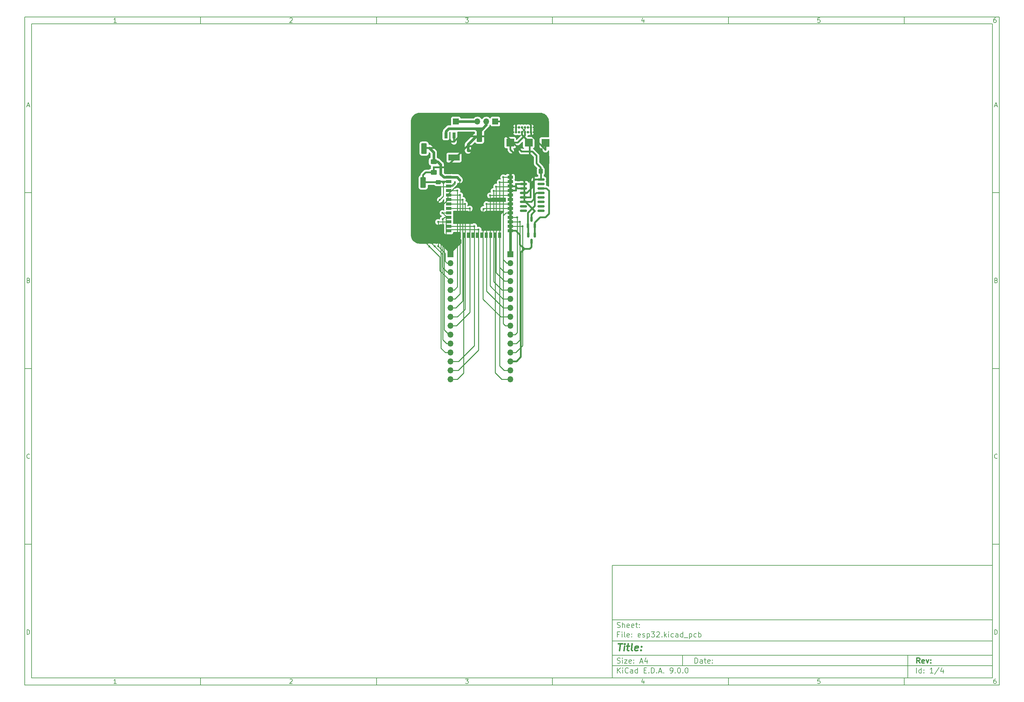
<source format=gtl>
G04 #@! TF.GenerationSoftware,KiCad,Pcbnew,9.0.0-9.0.0-2~ubuntu24.04.1*
G04 #@! TF.CreationDate,2025-04-22T15:17:50+02:00*
G04 #@! TF.ProjectId,esp32,65737033-322e-46b6-9963-61645f706362,rev?*
G04 #@! TF.SameCoordinates,Original*
G04 #@! TF.FileFunction,Copper,L1,Top*
G04 #@! TF.FilePolarity,Positive*
%FSLAX46Y46*%
G04 Gerber Fmt 4.6, Leading zero omitted, Abs format (unit mm)*
G04 Created by KiCad (PCBNEW 9.0.0-9.0.0-2~ubuntu24.04.1) date 2025-04-22 15:17:50*
%MOMM*%
%LPD*%
G01*
G04 APERTURE LIST*
G04 Aperture macros list*
%AMRoundRect*
0 Rectangle with rounded corners*
0 $1 Rounding radius*
0 $2 $3 $4 $5 $6 $7 $8 $9 X,Y pos of 4 corners*
0 Add a 4 corners polygon primitive as box body*
4,1,4,$2,$3,$4,$5,$6,$7,$8,$9,$2,$3,0*
0 Add four circle primitives for the rounded corners*
1,1,$1+$1,$2,$3*
1,1,$1+$1,$4,$5*
1,1,$1+$1,$6,$7*
1,1,$1+$1,$8,$9*
0 Add four rect primitives between the rounded corners*
20,1,$1+$1,$2,$3,$4,$5,0*
20,1,$1+$1,$4,$5,$6,$7,0*
20,1,$1+$1,$6,$7,$8,$9,0*
20,1,$1+$1,$8,$9,$2,$3,0*%
G04 Aperture macros list end*
%ADD10C,0.100000*%
%ADD11C,0.150000*%
%ADD12C,0.300000*%
%ADD13C,0.400000*%
G04 #@! TA.AperFunction,SMDPad,CuDef*
%ADD14RoundRect,0.250000X0.550000X-1.250000X0.550000X1.250000X-0.550000X1.250000X-0.550000X-1.250000X0*%
G04 #@! TD*
G04 #@! TA.AperFunction,SMDPad,CuDef*
%ADD15RoundRect,0.250000X-0.475000X0.337500X-0.475000X-0.337500X0.475000X-0.337500X0.475000X0.337500X0*%
G04 #@! TD*
G04 #@! TA.AperFunction,SMDPad,CuDef*
%ADD16R,2.260000X2.160000*%
G04 #@! TD*
G04 #@! TA.AperFunction,ComponentPad*
%ADD17C,0.700000*%
G04 #@! TD*
G04 #@! TA.AperFunction,ComponentPad*
%ADD18O,0.900000X2.400000*%
G04 #@! TD*
G04 #@! TA.AperFunction,ComponentPad*
%ADD19O,0.900000X1.700000*%
G04 #@! TD*
G04 #@! TA.AperFunction,SMDPad,CuDef*
%ADD20R,1.500000X0.900000*%
G04 #@! TD*
G04 #@! TA.AperFunction,SMDPad,CuDef*
%ADD21R,0.900000X1.500000*%
G04 #@! TD*
G04 #@! TA.AperFunction,SMDPad,CuDef*
%ADD22R,0.900000X0.900000*%
G04 #@! TD*
G04 #@! TA.AperFunction,HeatsinkPad*
%ADD23C,0.600000*%
G04 #@! TD*
G04 #@! TA.AperFunction,SMDPad,CuDef*
%ADD24R,3.800000X3.800000*%
G04 #@! TD*
G04 #@! TA.AperFunction,SMDPad,CuDef*
%ADD25RoundRect,0.150000X-0.825000X-0.150000X0.825000X-0.150000X0.825000X0.150000X-0.825000X0.150000X0*%
G04 #@! TD*
G04 #@! TA.AperFunction,SMDPad,CuDef*
%ADD26RoundRect,0.150000X-0.150000X0.587500X-0.150000X-0.587500X0.150000X-0.587500X0.150000X0.587500X0*%
G04 #@! TD*
G04 #@! TA.AperFunction,SMDPad,CuDef*
%ADD27RoundRect,0.150000X0.150000X-0.587500X0.150000X0.587500X-0.150000X0.587500X-0.150000X-0.587500X0*%
G04 #@! TD*
G04 #@! TA.AperFunction,SMDPad,CuDef*
%ADD28RoundRect,0.250000X-0.550000X1.250000X-0.550000X-1.250000X0.550000X-1.250000X0.550000X1.250000X0*%
G04 #@! TD*
G04 #@! TA.AperFunction,ComponentPad*
%ADD29R,1.700000X1.700000*%
G04 #@! TD*
G04 #@! TA.AperFunction,ComponentPad*
%ADD30O,1.700000X1.700000*%
G04 #@! TD*
G04 #@! TA.AperFunction,SMDPad,CuDef*
%ADD31R,0.950000X1.750000*%
G04 #@! TD*
G04 #@! TA.AperFunction,SMDPad,CuDef*
%ADD32R,3.200000X1.750000*%
G04 #@! TD*
G04 #@! TA.AperFunction,SMDPad,CuDef*
%ADD33RoundRect,0.250000X0.337500X0.475000X-0.337500X0.475000X-0.337500X-0.475000X0.337500X-0.475000X0*%
G04 #@! TD*
G04 #@! TA.AperFunction,SMDPad,CuDef*
%ADD34RoundRect,0.250000X-0.625000X0.400000X-0.625000X-0.400000X0.625000X-0.400000X0.625000X0.400000X0*%
G04 #@! TD*
G04 #@! TA.AperFunction,ViaPad*
%ADD35C,0.600000*%
G04 #@! TD*
G04 #@! TA.AperFunction,Conductor*
%ADD36C,0.254000*%
G04 #@! TD*
G04 #@! TA.AperFunction,Conductor*
%ADD37C,0.508000*%
G04 #@! TD*
G04 #@! TA.AperFunction,Conductor*
%ADD38C,1.700000*%
G04 #@! TD*
G04 #@! TA.AperFunction,Conductor*
%ADD39C,0.762000*%
G04 #@! TD*
G04 #@! TA.AperFunction,Conductor*
%ADD40C,0.299974*%
G04 #@! TD*
G04 APERTURE END LIST*
D10*
D11*
X177002200Y-166007200D02*
X285002200Y-166007200D01*
X285002200Y-198007200D01*
X177002200Y-198007200D01*
X177002200Y-166007200D01*
D10*
D11*
X10000000Y-10000000D02*
X287002200Y-10000000D01*
X287002200Y-200007200D01*
X10000000Y-200007200D01*
X10000000Y-10000000D01*
D10*
D11*
X12000000Y-12000000D02*
X285002200Y-12000000D01*
X285002200Y-198007200D01*
X12000000Y-198007200D01*
X12000000Y-12000000D01*
D10*
D11*
X60000000Y-12000000D02*
X60000000Y-10000000D01*
D10*
D11*
X110000000Y-12000000D02*
X110000000Y-10000000D01*
D10*
D11*
X160000000Y-12000000D02*
X160000000Y-10000000D01*
D10*
D11*
X210000000Y-12000000D02*
X210000000Y-10000000D01*
D10*
D11*
X260000000Y-12000000D02*
X260000000Y-10000000D01*
D10*
D11*
X36089160Y-11593604D02*
X35346303Y-11593604D01*
X35717731Y-11593604D02*
X35717731Y-10293604D01*
X35717731Y-10293604D02*
X35593922Y-10479319D01*
X35593922Y-10479319D02*
X35470112Y-10603128D01*
X35470112Y-10603128D02*
X35346303Y-10665033D01*
D10*
D11*
X85346303Y-10417414D02*
X85408207Y-10355509D01*
X85408207Y-10355509D02*
X85532017Y-10293604D01*
X85532017Y-10293604D02*
X85841541Y-10293604D01*
X85841541Y-10293604D02*
X85965350Y-10355509D01*
X85965350Y-10355509D02*
X86027255Y-10417414D01*
X86027255Y-10417414D02*
X86089160Y-10541223D01*
X86089160Y-10541223D02*
X86089160Y-10665033D01*
X86089160Y-10665033D02*
X86027255Y-10850747D01*
X86027255Y-10850747D02*
X85284398Y-11593604D01*
X85284398Y-11593604D02*
X86089160Y-11593604D01*
D10*
D11*
X135284398Y-10293604D02*
X136089160Y-10293604D01*
X136089160Y-10293604D02*
X135655826Y-10788842D01*
X135655826Y-10788842D02*
X135841541Y-10788842D01*
X135841541Y-10788842D02*
X135965350Y-10850747D01*
X135965350Y-10850747D02*
X136027255Y-10912652D01*
X136027255Y-10912652D02*
X136089160Y-11036461D01*
X136089160Y-11036461D02*
X136089160Y-11345985D01*
X136089160Y-11345985D02*
X136027255Y-11469795D01*
X136027255Y-11469795D02*
X135965350Y-11531700D01*
X135965350Y-11531700D02*
X135841541Y-11593604D01*
X135841541Y-11593604D02*
X135470112Y-11593604D01*
X135470112Y-11593604D02*
X135346303Y-11531700D01*
X135346303Y-11531700D02*
X135284398Y-11469795D01*
D10*
D11*
X185965350Y-10726938D02*
X185965350Y-11593604D01*
X185655826Y-10231700D02*
X185346303Y-11160271D01*
X185346303Y-11160271D02*
X186151064Y-11160271D01*
D10*
D11*
X236027255Y-10293604D02*
X235408207Y-10293604D01*
X235408207Y-10293604D02*
X235346303Y-10912652D01*
X235346303Y-10912652D02*
X235408207Y-10850747D01*
X235408207Y-10850747D02*
X235532017Y-10788842D01*
X235532017Y-10788842D02*
X235841541Y-10788842D01*
X235841541Y-10788842D02*
X235965350Y-10850747D01*
X235965350Y-10850747D02*
X236027255Y-10912652D01*
X236027255Y-10912652D02*
X236089160Y-11036461D01*
X236089160Y-11036461D02*
X236089160Y-11345985D01*
X236089160Y-11345985D02*
X236027255Y-11469795D01*
X236027255Y-11469795D02*
X235965350Y-11531700D01*
X235965350Y-11531700D02*
X235841541Y-11593604D01*
X235841541Y-11593604D02*
X235532017Y-11593604D01*
X235532017Y-11593604D02*
X235408207Y-11531700D01*
X235408207Y-11531700D02*
X235346303Y-11469795D01*
D10*
D11*
X285965350Y-10293604D02*
X285717731Y-10293604D01*
X285717731Y-10293604D02*
X285593922Y-10355509D01*
X285593922Y-10355509D02*
X285532017Y-10417414D01*
X285532017Y-10417414D02*
X285408207Y-10603128D01*
X285408207Y-10603128D02*
X285346303Y-10850747D01*
X285346303Y-10850747D02*
X285346303Y-11345985D01*
X285346303Y-11345985D02*
X285408207Y-11469795D01*
X285408207Y-11469795D02*
X285470112Y-11531700D01*
X285470112Y-11531700D02*
X285593922Y-11593604D01*
X285593922Y-11593604D02*
X285841541Y-11593604D01*
X285841541Y-11593604D02*
X285965350Y-11531700D01*
X285965350Y-11531700D02*
X286027255Y-11469795D01*
X286027255Y-11469795D02*
X286089160Y-11345985D01*
X286089160Y-11345985D02*
X286089160Y-11036461D01*
X286089160Y-11036461D02*
X286027255Y-10912652D01*
X286027255Y-10912652D02*
X285965350Y-10850747D01*
X285965350Y-10850747D02*
X285841541Y-10788842D01*
X285841541Y-10788842D02*
X285593922Y-10788842D01*
X285593922Y-10788842D02*
X285470112Y-10850747D01*
X285470112Y-10850747D02*
X285408207Y-10912652D01*
X285408207Y-10912652D02*
X285346303Y-11036461D01*
D10*
D11*
X60000000Y-198007200D02*
X60000000Y-200007200D01*
D10*
D11*
X110000000Y-198007200D02*
X110000000Y-200007200D01*
D10*
D11*
X160000000Y-198007200D02*
X160000000Y-200007200D01*
D10*
D11*
X210000000Y-198007200D02*
X210000000Y-200007200D01*
D10*
D11*
X260000000Y-198007200D02*
X260000000Y-200007200D01*
D10*
D11*
X36089160Y-199600804D02*
X35346303Y-199600804D01*
X35717731Y-199600804D02*
X35717731Y-198300804D01*
X35717731Y-198300804D02*
X35593922Y-198486519D01*
X35593922Y-198486519D02*
X35470112Y-198610328D01*
X35470112Y-198610328D02*
X35346303Y-198672233D01*
D10*
D11*
X85346303Y-198424614D02*
X85408207Y-198362709D01*
X85408207Y-198362709D02*
X85532017Y-198300804D01*
X85532017Y-198300804D02*
X85841541Y-198300804D01*
X85841541Y-198300804D02*
X85965350Y-198362709D01*
X85965350Y-198362709D02*
X86027255Y-198424614D01*
X86027255Y-198424614D02*
X86089160Y-198548423D01*
X86089160Y-198548423D02*
X86089160Y-198672233D01*
X86089160Y-198672233D02*
X86027255Y-198857947D01*
X86027255Y-198857947D02*
X85284398Y-199600804D01*
X85284398Y-199600804D02*
X86089160Y-199600804D01*
D10*
D11*
X135284398Y-198300804D02*
X136089160Y-198300804D01*
X136089160Y-198300804D02*
X135655826Y-198796042D01*
X135655826Y-198796042D02*
X135841541Y-198796042D01*
X135841541Y-198796042D02*
X135965350Y-198857947D01*
X135965350Y-198857947D02*
X136027255Y-198919852D01*
X136027255Y-198919852D02*
X136089160Y-199043661D01*
X136089160Y-199043661D02*
X136089160Y-199353185D01*
X136089160Y-199353185D02*
X136027255Y-199476995D01*
X136027255Y-199476995D02*
X135965350Y-199538900D01*
X135965350Y-199538900D02*
X135841541Y-199600804D01*
X135841541Y-199600804D02*
X135470112Y-199600804D01*
X135470112Y-199600804D02*
X135346303Y-199538900D01*
X135346303Y-199538900D02*
X135284398Y-199476995D01*
D10*
D11*
X185965350Y-198734138D02*
X185965350Y-199600804D01*
X185655826Y-198238900D02*
X185346303Y-199167471D01*
X185346303Y-199167471D02*
X186151064Y-199167471D01*
D10*
D11*
X236027255Y-198300804D02*
X235408207Y-198300804D01*
X235408207Y-198300804D02*
X235346303Y-198919852D01*
X235346303Y-198919852D02*
X235408207Y-198857947D01*
X235408207Y-198857947D02*
X235532017Y-198796042D01*
X235532017Y-198796042D02*
X235841541Y-198796042D01*
X235841541Y-198796042D02*
X235965350Y-198857947D01*
X235965350Y-198857947D02*
X236027255Y-198919852D01*
X236027255Y-198919852D02*
X236089160Y-199043661D01*
X236089160Y-199043661D02*
X236089160Y-199353185D01*
X236089160Y-199353185D02*
X236027255Y-199476995D01*
X236027255Y-199476995D02*
X235965350Y-199538900D01*
X235965350Y-199538900D02*
X235841541Y-199600804D01*
X235841541Y-199600804D02*
X235532017Y-199600804D01*
X235532017Y-199600804D02*
X235408207Y-199538900D01*
X235408207Y-199538900D02*
X235346303Y-199476995D01*
D10*
D11*
X285965350Y-198300804D02*
X285717731Y-198300804D01*
X285717731Y-198300804D02*
X285593922Y-198362709D01*
X285593922Y-198362709D02*
X285532017Y-198424614D01*
X285532017Y-198424614D02*
X285408207Y-198610328D01*
X285408207Y-198610328D02*
X285346303Y-198857947D01*
X285346303Y-198857947D02*
X285346303Y-199353185D01*
X285346303Y-199353185D02*
X285408207Y-199476995D01*
X285408207Y-199476995D02*
X285470112Y-199538900D01*
X285470112Y-199538900D02*
X285593922Y-199600804D01*
X285593922Y-199600804D02*
X285841541Y-199600804D01*
X285841541Y-199600804D02*
X285965350Y-199538900D01*
X285965350Y-199538900D02*
X286027255Y-199476995D01*
X286027255Y-199476995D02*
X286089160Y-199353185D01*
X286089160Y-199353185D02*
X286089160Y-199043661D01*
X286089160Y-199043661D02*
X286027255Y-198919852D01*
X286027255Y-198919852D02*
X285965350Y-198857947D01*
X285965350Y-198857947D02*
X285841541Y-198796042D01*
X285841541Y-198796042D02*
X285593922Y-198796042D01*
X285593922Y-198796042D02*
X285470112Y-198857947D01*
X285470112Y-198857947D02*
X285408207Y-198919852D01*
X285408207Y-198919852D02*
X285346303Y-199043661D01*
D10*
D11*
X10000000Y-60000000D02*
X12000000Y-60000000D01*
D10*
D11*
X10000000Y-110000000D02*
X12000000Y-110000000D01*
D10*
D11*
X10000000Y-160000000D02*
X12000000Y-160000000D01*
D10*
D11*
X10690476Y-35222176D02*
X11309523Y-35222176D01*
X10566666Y-35593604D02*
X10999999Y-34293604D01*
X10999999Y-34293604D02*
X11433333Y-35593604D01*
D10*
D11*
X11092857Y-84912652D02*
X11278571Y-84974557D01*
X11278571Y-84974557D02*
X11340476Y-85036461D01*
X11340476Y-85036461D02*
X11402380Y-85160271D01*
X11402380Y-85160271D02*
X11402380Y-85345985D01*
X11402380Y-85345985D02*
X11340476Y-85469795D01*
X11340476Y-85469795D02*
X11278571Y-85531700D01*
X11278571Y-85531700D02*
X11154761Y-85593604D01*
X11154761Y-85593604D02*
X10659523Y-85593604D01*
X10659523Y-85593604D02*
X10659523Y-84293604D01*
X10659523Y-84293604D02*
X11092857Y-84293604D01*
X11092857Y-84293604D02*
X11216666Y-84355509D01*
X11216666Y-84355509D02*
X11278571Y-84417414D01*
X11278571Y-84417414D02*
X11340476Y-84541223D01*
X11340476Y-84541223D02*
X11340476Y-84665033D01*
X11340476Y-84665033D02*
X11278571Y-84788842D01*
X11278571Y-84788842D02*
X11216666Y-84850747D01*
X11216666Y-84850747D02*
X11092857Y-84912652D01*
X11092857Y-84912652D02*
X10659523Y-84912652D01*
D10*
D11*
X11402380Y-135469795D02*
X11340476Y-135531700D01*
X11340476Y-135531700D02*
X11154761Y-135593604D01*
X11154761Y-135593604D02*
X11030952Y-135593604D01*
X11030952Y-135593604D02*
X10845238Y-135531700D01*
X10845238Y-135531700D02*
X10721428Y-135407890D01*
X10721428Y-135407890D02*
X10659523Y-135284080D01*
X10659523Y-135284080D02*
X10597619Y-135036461D01*
X10597619Y-135036461D02*
X10597619Y-134850747D01*
X10597619Y-134850747D02*
X10659523Y-134603128D01*
X10659523Y-134603128D02*
X10721428Y-134479319D01*
X10721428Y-134479319D02*
X10845238Y-134355509D01*
X10845238Y-134355509D02*
X11030952Y-134293604D01*
X11030952Y-134293604D02*
X11154761Y-134293604D01*
X11154761Y-134293604D02*
X11340476Y-134355509D01*
X11340476Y-134355509D02*
X11402380Y-134417414D01*
D10*
D11*
X10659523Y-185593604D02*
X10659523Y-184293604D01*
X10659523Y-184293604D02*
X10969047Y-184293604D01*
X10969047Y-184293604D02*
X11154761Y-184355509D01*
X11154761Y-184355509D02*
X11278571Y-184479319D01*
X11278571Y-184479319D02*
X11340476Y-184603128D01*
X11340476Y-184603128D02*
X11402380Y-184850747D01*
X11402380Y-184850747D02*
X11402380Y-185036461D01*
X11402380Y-185036461D02*
X11340476Y-185284080D01*
X11340476Y-185284080D02*
X11278571Y-185407890D01*
X11278571Y-185407890D02*
X11154761Y-185531700D01*
X11154761Y-185531700D02*
X10969047Y-185593604D01*
X10969047Y-185593604D02*
X10659523Y-185593604D01*
D10*
D11*
X287002200Y-60000000D02*
X285002200Y-60000000D01*
D10*
D11*
X287002200Y-110000000D02*
X285002200Y-110000000D01*
D10*
D11*
X287002200Y-160000000D02*
X285002200Y-160000000D01*
D10*
D11*
X285692676Y-35222176D02*
X286311723Y-35222176D01*
X285568866Y-35593604D02*
X286002199Y-34293604D01*
X286002199Y-34293604D02*
X286435533Y-35593604D01*
D10*
D11*
X286095057Y-84912652D02*
X286280771Y-84974557D01*
X286280771Y-84974557D02*
X286342676Y-85036461D01*
X286342676Y-85036461D02*
X286404580Y-85160271D01*
X286404580Y-85160271D02*
X286404580Y-85345985D01*
X286404580Y-85345985D02*
X286342676Y-85469795D01*
X286342676Y-85469795D02*
X286280771Y-85531700D01*
X286280771Y-85531700D02*
X286156961Y-85593604D01*
X286156961Y-85593604D02*
X285661723Y-85593604D01*
X285661723Y-85593604D02*
X285661723Y-84293604D01*
X285661723Y-84293604D02*
X286095057Y-84293604D01*
X286095057Y-84293604D02*
X286218866Y-84355509D01*
X286218866Y-84355509D02*
X286280771Y-84417414D01*
X286280771Y-84417414D02*
X286342676Y-84541223D01*
X286342676Y-84541223D02*
X286342676Y-84665033D01*
X286342676Y-84665033D02*
X286280771Y-84788842D01*
X286280771Y-84788842D02*
X286218866Y-84850747D01*
X286218866Y-84850747D02*
X286095057Y-84912652D01*
X286095057Y-84912652D02*
X285661723Y-84912652D01*
D10*
D11*
X286404580Y-135469795D02*
X286342676Y-135531700D01*
X286342676Y-135531700D02*
X286156961Y-135593604D01*
X286156961Y-135593604D02*
X286033152Y-135593604D01*
X286033152Y-135593604D02*
X285847438Y-135531700D01*
X285847438Y-135531700D02*
X285723628Y-135407890D01*
X285723628Y-135407890D02*
X285661723Y-135284080D01*
X285661723Y-135284080D02*
X285599819Y-135036461D01*
X285599819Y-135036461D02*
X285599819Y-134850747D01*
X285599819Y-134850747D02*
X285661723Y-134603128D01*
X285661723Y-134603128D02*
X285723628Y-134479319D01*
X285723628Y-134479319D02*
X285847438Y-134355509D01*
X285847438Y-134355509D02*
X286033152Y-134293604D01*
X286033152Y-134293604D02*
X286156961Y-134293604D01*
X286156961Y-134293604D02*
X286342676Y-134355509D01*
X286342676Y-134355509D02*
X286404580Y-134417414D01*
D10*
D11*
X285661723Y-185593604D02*
X285661723Y-184293604D01*
X285661723Y-184293604D02*
X285971247Y-184293604D01*
X285971247Y-184293604D02*
X286156961Y-184355509D01*
X286156961Y-184355509D02*
X286280771Y-184479319D01*
X286280771Y-184479319D02*
X286342676Y-184603128D01*
X286342676Y-184603128D02*
X286404580Y-184850747D01*
X286404580Y-184850747D02*
X286404580Y-185036461D01*
X286404580Y-185036461D02*
X286342676Y-185284080D01*
X286342676Y-185284080D02*
X286280771Y-185407890D01*
X286280771Y-185407890D02*
X286156961Y-185531700D01*
X286156961Y-185531700D02*
X285971247Y-185593604D01*
X285971247Y-185593604D02*
X285661723Y-185593604D01*
D10*
D11*
X200458026Y-193793328D02*
X200458026Y-192293328D01*
X200458026Y-192293328D02*
X200815169Y-192293328D01*
X200815169Y-192293328D02*
X201029455Y-192364757D01*
X201029455Y-192364757D02*
X201172312Y-192507614D01*
X201172312Y-192507614D02*
X201243741Y-192650471D01*
X201243741Y-192650471D02*
X201315169Y-192936185D01*
X201315169Y-192936185D02*
X201315169Y-193150471D01*
X201315169Y-193150471D02*
X201243741Y-193436185D01*
X201243741Y-193436185D02*
X201172312Y-193579042D01*
X201172312Y-193579042D02*
X201029455Y-193721900D01*
X201029455Y-193721900D02*
X200815169Y-193793328D01*
X200815169Y-193793328D02*
X200458026Y-193793328D01*
X202600884Y-193793328D02*
X202600884Y-193007614D01*
X202600884Y-193007614D02*
X202529455Y-192864757D01*
X202529455Y-192864757D02*
X202386598Y-192793328D01*
X202386598Y-192793328D02*
X202100884Y-192793328D01*
X202100884Y-192793328D02*
X201958026Y-192864757D01*
X202600884Y-193721900D02*
X202458026Y-193793328D01*
X202458026Y-193793328D02*
X202100884Y-193793328D01*
X202100884Y-193793328D02*
X201958026Y-193721900D01*
X201958026Y-193721900D02*
X201886598Y-193579042D01*
X201886598Y-193579042D02*
X201886598Y-193436185D01*
X201886598Y-193436185D02*
X201958026Y-193293328D01*
X201958026Y-193293328D02*
X202100884Y-193221900D01*
X202100884Y-193221900D02*
X202458026Y-193221900D01*
X202458026Y-193221900D02*
X202600884Y-193150471D01*
X203100884Y-192793328D02*
X203672312Y-192793328D01*
X203315169Y-192293328D02*
X203315169Y-193579042D01*
X203315169Y-193579042D02*
X203386598Y-193721900D01*
X203386598Y-193721900D02*
X203529455Y-193793328D01*
X203529455Y-193793328D02*
X203672312Y-193793328D01*
X204743741Y-193721900D02*
X204600884Y-193793328D01*
X204600884Y-193793328D02*
X204315170Y-193793328D01*
X204315170Y-193793328D02*
X204172312Y-193721900D01*
X204172312Y-193721900D02*
X204100884Y-193579042D01*
X204100884Y-193579042D02*
X204100884Y-193007614D01*
X204100884Y-193007614D02*
X204172312Y-192864757D01*
X204172312Y-192864757D02*
X204315170Y-192793328D01*
X204315170Y-192793328D02*
X204600884Y-192793328D01*
X204600884Y-192793328D02*
X204743741Y-192864757D01*
X204743741Y-192864757D02*
X204815170Y-193007614D01*
X204815170Y-193007614D02*
X204815170Y-193150471D01*
X204815170Y-193150471D02*
X204100884Y-193293328D01*
X205458026Y-193650471D02*
X205529455Y-193721900D01*
X205529455Y-193721900D02*
X205458026Y-193793328D01*
X205458026Y-193793328D02*
X205386598Y-193721900D01*
X205386598Y-193721900D02*
X205458026Y-193650471D01*
X205458026Y-193650471D02*
X205458026Y-193793328D01*
X205458026Y-192864757D02*
X205529455Y-192936185D01*
X205529455Y-192936185D02*
X205458026Y-193007614D01*
X205458026Y-193007614D02*
X205386598Y-192936185D01*
X205386598Y-192936185D02*
X205458026Y-192864757D01*
X205458026Y-192864757D02*
X205458026Y-193007614D01*
D10*
D11*
X177002200Y-194507200D02*
X285002200Y-194507200D01*
D10*
D11*
X178458026Y-196593328D02*
X178458026Y-195093328D01*
X179315169Y-196593328D02*
X178672312Y-195736185D01*
X179315169Y-195093328D02*
X178458026Y-195950471D01*
X179958026Y-196593328D02*
X179958026Y-195593328D01*
X179958026Y-195093328D02*
X179886598Y-195164757D01*
X179886598Y-195164757D02*
X179958026Y-195236185D01*
X179958026Y-195236185D02*
X180029455Y-195164757D01*
X180029455Y-195164757D02*
X179958026Y-195093328D01*
X179958026Y-195093328D02*
X179958026Y-195236185D01*
X181529455Y-196450471D02*
X181458027Y-196521900D01*
X181458027Y-196521900D02*
X181243741Y-196593328D01*
X181243741Y-196593328D02*
X181100884Y-196593328D01*
X181100884Y-196593328D02*
X180886598Y-196521900D01*
X180886598Y-196521900D02*
X180743741Y-196379042D01*
X180743741Y-196379042D02*
X180672312Y-196236185D01*
X180672312Y-196236185D02*
X180600884Y-195950471D01*
X180600884Y-195950471D02*
X180600884Y-195736185D01*
X180600884Y-195736185D02*
X180672312Y-195450471D01*
X180672312Y-195450471D02*
X180743741Y-195307614D01*
X180743741Y-195307614D02*
X180886598Y-195164757D01*
X180886598Y-195164757D02*
X181100884Y-195093328D01*
X181100884Y-195093328D02*
X181243741Y-195093328D01*
X181243741Y-195093328D02*
X181458027Y-195164757D01*
X181458027Y-195164757D02*
X181529455Y-195236185D01*
X182815170Y-196593328D02*
X182815170Y-195807614D01*
X182815170Y-195807614D02*
X182743741Y-195664757D01*
X182743741Y-195664757D02*
X182600884Y-195593328D01*
X182600884Y-195593328D02*
X182315170Y-195593328D01*
X182315170Y-195593328D02*
X182172312Y-195664757D01*
X182815170Y-196521900D02*
X182672312Y-196593328D01*
X182672312Y-196593328D02*
X182315170Y-196593328D01*
X182315170Y-196593328D02*
X182172312Y-196521900D01*
X182172312Y-196521900D02*
X182100884Y-196379042D01*
X182100884Y-196379042D02*
X182100884Y-196236185D01*
X182100884Y-196236185D02*
X182172312Y-196093328D01*
X182172312Y-196093328D02*
X182315170Y-196021900D01*
X182315170Y-196021900D02*
X182672312Y-196021900D01*
X182672312Y-196021900D02*
X182815170Y-195950471D01*
X184172313Y-196593328D02*
X184172313Y-195093328D01*
X184172313Y-196521900D02*
X184029455Y-196593328D01*
X184029455Y-196593328D02*
X183743741Y-196593328D01*
X183743741Y-196593328D02*
X183600884Y-196521900D01*
X183600884Y-196521900D02*
X183529455Y-196450471D01*
X183529455Y-196450471D02*
X183458027Y-196307614D01*
X183458027Y-196307614D02*
X183458027Y-195879042D01*
X183458027Y-195879042D02*
X183529455Y-195736185D01*
X183529455Y-195736185D02*
X183600884Y-195664757D01*
X183600884Y-195664757D02*
X183743741Y-195593328D01*
X183743741Y-195593328D02*
X184029455Y-195593328D01*
X184029455Y-195593328D02*
X184172313Y-195664757D01*
X186029455Y-195807614D02*
X186529455Y-195807614D01*
X186743741Y-196593328D02*
X186029455Y-196593328D01*
X186029455Y-196593328D02*
X186029455Y-195093328D01*
X186029455Y-195093328D02*
X186743741Y-195093328D01*
X187386598Y-196450471D02*
X187458027Y-196521900D01*
X187458027Y-196521900D02*
X187386598Y-196593328D01*
X187386598Y-196593328D02*
X187315170Y-196521900D01*
X187315170Y-196521900D02*
X187386598Y-196450471D01*
X187386598Y-196450471D02*
X187386598Y-196593328D01*
X188100884Y-196593328D02*
X188100884Y-195093328D01*
X188100884Y-195093328D02*
X188458027Y-195093328D01*
X188458027Y-195093328D02*
X188672313Y-195164757D01*
X188672313Y-195164757D02*
X188815170Y-195307614D01*
X188815170Y-195307614D02*
X188886599Y-195450471D01*
X188886599Y-195450471D02*
X188958027Y-195736185D01*
X188958027Y-195736185D02*
X188958027Y-195950471D01*
X188958027Y-195950471D02*
X188886599Y-196236185D01*
X188886599Y-196236185D02*
X188815170Y-196379042D01*
X188815170Y-196379042D02*
X188672313Y-196521900D01*
X188672313Y-196521900D02*
X188458027Y-196593328D01*
X188458027Y-196593328D02*
X188100884Y-196593328D01*
X189600884Y-196450471D02*
X189672313Y-196521900D01*
X189672313Y-196521900D02*
X189600884Y-196593328D01*
X189600884Y-196593328D02*
X189529456Y-196521900D01*
X189529456Y-196521900D02*
X189600884Y-196450471D01*
X189600884Y-196450471D02*
X189600884Y-196593328D01*
X190243742Y-196164757D02*
X190958028Y-196164757D01*
X190100885Y-196593328D02*
X190600885Y-195093328D01*
X190600885Y-195093328D02*
X191100885Y-196593328D01*
X191600884Y-196450471D02*
X191672313Y-196521900D01*
X191672313Y-196521900D02*
X191600884Y-196593328D01*
X191600884Y-196593328D02*
X191529456Y-196521900D01*
X191529456Y-196521900D02*
X191600884Y-196450471D01*
X191600884Y-196450471D02*
X191600884Y-196593328D01*
X193529456Y-196593328D02*
X193815170Y-196593328D01*
X193815170Y-196593328D02*
X193958027Y-196521900D01*
X193958027Y-196521900D02*
X194029456Y-196450471D01*
X194029456Y-196450471D02*
X194172313Y-196236185D01*
X194172313Y-196236185D02*
X194243742Y-195950471D01*
X194243742Y-195950471D02*
X194243742Y-195379042D01*
X194243742Y-195379042D02*
X194172313Y-195236185D01*
X194172313Y-195236185D02*
X194100885Y-195164757D01*
X194100885Y-195164757D02*
X193958027Y-195093328D01*
X193958027Y-195093328D02*
X193672313Y-195093328D01*
X193672313Y-195093328D02*
X193529456Y-195164757D01*
X193529456Y-195164757D02*
X193458027Y-195236185D01*
X193458027Y-195236185D02*
X193386599Y-195379042D01*
X193386599Y-195379042D02*
X193386599Y-195736185D01*
X193386599Y-195736185D02*
X193458027Y-195879042D01*
X193458027Y-195879042D02*
X193529456Y-195950471D01*
X193529456Y-195950471D02*
X193672313Y-196021900D01*
X193672313Y-196021900D02*
X193958027Y-196021900D01*
X193958027Y-196021900D02*
X194100885Y-195950471D01*
X194100885Y-195950471D02*
X194172313Y-195879042D01*
X194172313Y-195879042D02*
X194243742Y-195736185D01*
X194886598Y-196450471D02*
X194958027Y-196521900D01*
X194958027Y-196521900D02*
X194886598Y-196593328D01*
X194886598Y-196593328D02*
X194815170Y-196521900D01*
X194815170Y-196521900D02*
X194886598Y-196450471D01*
X194886598Y-196450471D02*
X194886598Y-196593328D01*
X195886599Y-195093328D02*
X196029456Y-195093328D01*
X196029456Y-195093328D02*
X196172313Y-195164757D01*
X196172313Y-195164757D02*
X196243742Y-195236185D01*
X196243742Y-195236185D02*
X196315170Y-195379042D01*
X196315170Y-195379042D02*
X196386599Y-195664757D01*
X196386599Y-195664757D02*
X196386599Y-196021900D01*
X196386599Y-196021900D02*
X196315170Y-196307614D01*
X196315170Y-196307614D02*
X196243742Y-196450471D01*
X196243742Y-196450471D02*
X196172313Y-196521900D01*
X196172313Y-196521900D02*
X196029456Y-196593328D01*
X196029456Y-196593328D02*
X195886599Y-196593328D01*
X195886599Y-196593328D02*
X195743742Y-196521900D01*
X195743742Y-196521900D02*
X195672313Y-196450471D01*
X195672313Y-196450471D02*
X195600884Y-196307614D01*
X195600884Y-196307614D02*
X195529456Y-196021900D01*
X195529456Y-196021900D02*
X195529456Y-195664757D01*
X195529456Y-195664757D02*
X195600884Y-195379042D01*
X195600884Y-195379042D02*
X195672313Y-195236185D01*
X195672313Y-195236185D02*
X195743742Y-195164757D01*
X195743742Y-195164757D02*
X195886599Y-195093328D01*
X197029455Y-196450471D02*
X197100884Y-196521900D01*
X197100884Y-196521900D02*
X197029455Y-196593328D01*
X197029455Y-196593328D02*
X196958027Y-196521900D01*
X196958027Y-196521900D02*
X197029455Y-196450471D01*
X197029455Y-196450471D02*
X197029455Y-196593328D01*
X198029456Y-195093328D02*
X198172313Y-195093328D01*
X198172313Y-195093328D02*
X198315170Y-195164757D01*
X198315170Y-195164757D02*
X198386599Y-195236185D01*
X198386599Y-195236185D02*
X198458027Y-195379042D01*
X198458027Y-195379042D02*
X198529456Y-195664757D01*
X198529456Y-195664757D02*
X198529456Y-196021900D01*
X198529456Y-196021900D02*
X198458027Y-196307614D01*
X198458027Y-196307614D02*
X198386599Y-196450471D01*
X198386599Y-196450471D02*
X198315170Y-196521900D01*
X198315170Y-196521900D02*
X198172313Y-196593328D01*
X198172313Y-196593328D02*
X198029456Y-196593328D01*
X198029456Y-196593328D02*
X197886599Y-196521900D01*
X197886599Y-196521900D02*
X197815170Y-196450471D01*
X197815170Y-196450471D02*
X197743741Y-196307614D01*
X197743741Y-196307614D02*
X197672313Y-196021900D01*
X197672313Y-196021900D02*
X197672313Y-195664757D01*
X197672313Y-195664757D02*
X197743741Y-195379042D01*
X197743741Y-195379042D02*
X197815170Y-195236185D01*
X197815170Y-195236185D02*
X197886599Y-195164757D01*
X197886599Y-195164757D02*
X198029456Y-195093328D01*
D10*
D11*
X177002200Y-191507200D02*
X285002200Y-191507200D01*
D10*
D12*
X264413853Y-193785528D02*
X263913853Y-193071242D01*
X263556710Y-193785528D02*
X263556710Y-192285528D01*
X263556710Y-192285528D02*
X264128139Y-192285528D01*
X264128139Y-192285528D02*
X264270996Y-192356957D01*
X264270996Y-192356957D02*
X264342425Y-192428385D01*
X264342425Y-192428385D02*
X264413853Y-192571242D01*
X264413853Y-192571242D02*
X264413853Y-192785528D01*
X264413853Y-192785528D02*
X264342425Y-192928385D01*
X264342425Y-192928385D02*
X264270996Y-192999814D01*
X264270996Y-192999814D02*
X264128139Y-193071242D01*
X264128139Y-193071242D02*
X263556710Y-193071242D01*
X265628139Y-193714100D02*
X265485282Y-193785528D01*
X265485282Y-193785528D02*
X265199568Y-193785528D01*
X265199568Y-193785528D02*
X265056710Y-193714100D01*
X265056710Y-193714100D02*
X264985282Y-193571242D01*
X264985282Y-193571242D02*
X264985282Y-192999814D01*
X264985282Y-192999814D02*
X265056710Y-192856957D01*
X265056710Y-192856957D02*
X265199568Y-192785528D01*
X265199568Y-192785528D02*
X265485282Y-192785528D01*
X265485282Y-192785528D02*
X265628139Y-192856957D01*
X265628139Y-192856957D02*
X265699568Y-192999814D01*
X265699568Y-192999814D02*
X265699568Y-193142671D01*
X265699568Y-193142671D02*
X264985282Y-193285528D01*
X266199567Y-192785528D02*
X266556710Y-193785528D01*
X266556710Y-193785528D02*
X266913853Y-192785528D01*
X267485281Y-193642671D02*
X267556710Y-193714100D01*
X267556710Y-193714100D02*
X267485281Y-193785528D01*
X267485281Y-193785528D02*
X267413853Y-193714100D01*
X267413853Y-193714100D02*
X267485281Y-193642671D01*
X267485281Y-193642671D02*
X267485281Y-193785528D01*
X267485281Y-192856957D02*
X267556710Y-192928385D01*
X267556710Y-192928385D02*
X267485281Y-192999814D01*
X267485281Y-192999814D02*
X267413853Y-192928385D01*
X267413853Y-192928385D02*
X267485281Y-192856957D01*
X267485281Y-192856957D02*
X267485281Y-192999814D01*
D10*
D11*
X178386598Y-193721900D02*
X178600884Y-193793328D01*
X178600884Y-193793328D02*
X178958026Y-193793328D01*
X178958026Y-193793328D02*
X179100884Y-193721900D01*
X179100884Y-193721900D02*
X179172312Y-193650471D01*
X179172312Y-193650471D02*
X179243741Y-193507614D01*
X179243741Y-193507614D02*
X179243741Y-193364757D01*
X179243741Y-193364757D02*
X179172312Y-193221900D01*
X179172312Y-193221900D02*
X179100884Y-193150471D01*
X179100884Y-193150471D02*
X178958026Y-193079042D01*
X178958026Y-193079042D02*
X178672312Y-193007614D01*
X178672312Y-193007614D02*
X178529455Y-192936185D01*
X178529455Y-192936185D02*
X178458026Y-192864757D01*
X178458026Y-192864757D02*
X178386598Y-192721900D01*
X178386598Y-192721900D02*
X178386598Y-192579042D01*
X178386598Y-192579042D02*
X178458026Y-192436185D01*
X178458026Y-192436185D02*
X178529455Y-192364757D01*
X178529455Y-192364757D02*
X178672312Y-192293328D01*
X178672312Y-192293328D02*
X179029455Y-192293328D01*
X179029455Y-192293328D02*
X179243741Y-192364757D01*
X179886597Y-193793328D02*
X179886597Y-192793328D01*
X179886597Y-192293328D02*
X179815169Y-192364757D01*
X179815169Y-192364757D02*
X179886597Y-192436185D01*
X179886597Y-192436185D02*
X179958026Y-192364757D01*
X179958026Y-192364757D02*
X179886597Y-192293328D01*
X179886597Y-192293328D02*
X179886597Y-192436185D01*
X180458026Y-192793328D02*
X181243741Y-192793328D01*
X181243741Y-192793328D02*
X180458026Y-193793328D01*
X180458026Y-193793328D02*
X181243741Y-193793328D01*
X182386598Y-193721900D02*
X182243741Y-193793328D01*
X182243741Y-193793328D02*
X181958027Y-193793328D01*
X181958027Y-193793328D02*
X181815169Y-193721900D01*
X181815169Y-193721900D02*
X181743741Y-193579042D01*
X181743741Y-193579042D02*
X181743741Y-193007614D01*
X181743741Y-193007614D02*
X181815169Y-192864757D01*
X181815169Y-192864757D02*
X181958027Y-192793328D01*
X181958027Y-192793328D02*
X182243741Y-192793328D01*
X182243741Y-192793328D02*
X182386598Y-192864757D01*
X182386598Y-192864757D02*
X182458027Y-193007614D01*
X182458027Y-193007614D02*
X182458027Y-193150471D01*
X182458027Y-193150471D02*
X181743741Y-193293328D01*
X183100883Y-193650471D02*
X183172312Y-193721900D01*
X183172312Y-193721900D02*
X183100883Y-193793328D01*
X183100883Y-193793328D02*
X183029455Y-193721900D01*
X183029455Y-193721900D02*
X183100883Y-193650471D01*
X183100883Y-193650471D02*
X183100883Y-193793328D01*
X183100883Y-192864757D02*
X183172312Y-192936185D01*
X183172312Y-192936185D02*
X183100883Y-193007614D01*
X183100883Y-193007614D02*
X183029455Y-192936185D01*
X183029455Y-192936185D02*
X183100883Y-192864757D01*
X183100883Y-192864757D02*
X183100883Y-193007614D01*
X184886598Y-193364757D02*
X185600884Y-193364757D01*
X184743741Y-193793328D02*
X185243741Y-192293328D01*
X185243741Y-192293328D02*
X185743741Y-193793328D01*
X186886598Y-192793328D02*
X186886598Y-193793328D01*
X186529455Y-192221900D02*
X186172312Y-193293328D01*
X186172312Y-193293328D02*
X187100883Y-193293328D01*
D10*
D11*
X263458026Y-196593328D02*
X263458026Y-195093328D01*
X264815170Y-196593328D02*
X264815170Y-195093328D01*
X264815170Y-196521900D02*
X264672312Y-196593328D01*
X264672312Y-196593328D02*
X264386598Y-196593328D01*
X264386598Y-196593328D02*
X264243741Y-196521900D01*
X264243741Y-196521900D02*
X264172312Y-196450471D01*
X264172312Y-196450471D02*
X264100884Y-196307614D01*
X264100884Y-196307614D02*
X264100884Y-195879042D01*
X264100884Y-195879042D02*
X264172312Y-195736185D01*
X264172312Y-195736185D02*
X264243741Y-195664757D01*
X264243741Y-195664757D02*
X264386598Y-195593328D01*
X264386598Y-195593328D02*
X264672312Y-195593328D01*
X264672312Y-195593328D02*
X264815170Y-195664757D01*
X265529455Y-196450471D02*
X265600884Y-196521900D01*
X265600884Y-196521900D02*
X265529455Y-196593328D01*
X265529455Y-196593328D02*
X265458027Y-196521900D01*
X265458027Y-196521900D02*
X265529455Y-196450471D01*
X265529455Y-196450471D02*
X265529455Y-196593328D01*
X265529455Y-195664757D02*
X265600884Y-195736185D01*
X265600884Y-195736185D02*
X265529455Y-195807614D01*
X265529455Y-195807614D02*
X265458027Y-195736185D01*
X265458027Y-195736185D02*
X265529455Y-195664757D01*
X265529455Y-195664757D02*
X265529455Y-195807614D01*
X268172313Y-196593328D02*
X267315170Y-196593328D01*
X267743741Y-196593328D02*
X267743741Y-195093328D01*
X267743741Y-195093328D02*
X267600884Y-195307614D01*
X267600884Y-195307614D02*
X267458027Y-195450471D01*
X267458027Y-195450471D02*
X267315170Y-195521900D01*
X269886598Y-195021900D02*
X268600884Y-196950471D01*
X271029456Y-195593328D02*
X271029456Y-196593328D01*
X270672313Y-195021900D02*
X270315170Y-196093328D01*
X270315170Y-196093328D02*
X271243741Y-196093328D01*
D10*
D11*
X177002200Y-187507200D02*
X285002200Y-187507200D01*
D10*
D13*
X178693928Y-188211638D02*
X179836785Y-188211638D01*
X179015357Y-190211638D02*
X179265357Y-188211638D01*
X180253452Y-190211638D02*
X180420119Y-188878304D01*
X180503452Y-188211638D02*
X180396309Y-188306876D01*
X180396309Y-188306876D02*
X180479643Y-188402114D01*
X180479643Y-188402114D02*
X180586786Y-188306876D01*
X180586786Y-188306876D02*
X180503452Y-188211638D01*
X180503452Y-188211638D02*
X180479643Y-188402114D01*
X181086786Y-188878304D02*
X181848690Y-188878304D01*
X181455833Y-188211638D02*
X181241548Y-189925923D01*
X181241548Y-189925923D02*
X181312976Y-190116400D01*
X181312976Y-190116400D02*
X181491548Y-190211638D01*
X181491548Y-190211638D02*
X181682024Y-190211638D01*
X182634405Y-190211638D02*
X182455833Y-190116400D01*
X182455833Y-190116400D02*
X182384405Y-189925923D01*
X182384405Y-189925923D02*
X182598690Y-188211638D01*
X184170119Y-190116400D02*
X183967738Y-190211638D01*
X183967738Y-190211638D02*
X183586785Y-190211638D01*
X183586785Y-190211638D02*
X183408214Y-190116400D01*
X183408214Y-190116400D02*
X183336785Y-189925923D01*
X183336785Y-189925923D02*
X183432024Y-189164019D01*
X183432024Y-189164019D02*
X183551071Y-188973542D01*
X183551071Y-188973542D02*
X183753452Y-188878304D01*
X183753452Y-188878304D02*
X184134404Y-188878304D01*
X184134404Y-188878304D02*
X184312976Y-188973542D01*
X184312976Y-188973542D02*
X184384404Y-189164019D01*
X184384404Y-189164019D02*
X184360595Y-189354495D01*
X184360595Y-189354495D02*
X183384404Y-189544971D01*
X185134405Y-190021161D02*
X185217738Y-190116400D01*
X185217738Y-190116400D02*
X185110595Y-190211638D01*
X185110595Y-190211638D02*
X185027262Y-190116400D01*
X185027262Y-190116400D02*
X185134405Y-190021161D01*
X185134405Y-190021161D02*
X185110595Y-190211638D01*
X185265357Y-188973542D02*
X185348690Y-189068780D01*
X185348690Y-189068780D02*
X185241548Y-189164019D01*
X185241548Y-189164019D02*
X185158214Y-189068780D01*
X185158214Y-189068780D02*
X185265357Y-188973542D01*
X185265357Y-188973542D02*
X185241548Y-189164019D01*
D10*
D11*
X178958026Y-185607614D02*
X178458026Y-185607614D01*
X178458026Y-186393328D02*
X178458026Y-184893328D01*
X178458026Y-184893328D02*
X179172312Y-184893328D01*
X179743740Y-186393328D02*
X179743740Y-185393328D01*
X179743740Y-184893328D02*
X179672312Y-184964757D01*
X179672312Y-184964757D02*
X179743740Y-185036185D01*
X179743740Y-185036185D02*
X179815169Y-184964757D01*
X179815169Y-184964757D02*
X179743740Y-184893328D01*
X179743740Y-184893328D02*
X179743740Y-185036185D01*
X180672312Y-186393328D02*
X180529455Y-186321900D01*
X180529455Y-186321900D02*
X180458026Y-186179042D01*
X180458026Y-186179042D02*
X180458026Y-184893328D01*
X181815169Y-186321900D02*
X181672312Y-186393328D01*
X181672312Y-186393328D02*
X181386598Y-186393328D01*
X181386598Y-186393328D02*
X181243740Y-186321900D01*
X181243740Y-186321900D02*
X181172312Y-186179042D01*
X181172312Y-186179042D02*
X181172312Y-185607614D01*
X181172312Y-185607614D02*
X181243740Y-185464757D01*
X181243740Y-185464757D02*
X181386598Y-185393328D01*
X181386598Y-185393328D02*
X181672312Y-185393328D01*
X181672312Y-185393328D02*
X181815169Y-185464757D01*
X181815169Y-185464757D02*
X181886598Y-185607614D01*
X181886598Y-185607614D02*
X181886598Y-185750471D01*
X181886598Y-185750471D02*
X181172312Y-185893328D01*
X182529454Y-186250471D02*
X182600883Y-186321900D01*
X182600883Y-186321900D02*
X182529454Y-186393328D01*
X182529454Y-186393328D02*
X182458026Y-186321900D01*
X182458026Y-186321900D02*
X182529454Y-186250471D01*
X182529454Y-186250471D02*
X182529454Y-186393328D01*
X182529454Y-185464757D02*
X182600883Y-185536185D01*
X182600883Y-185536185D02*
X182529454Y-185607614D01*
X182529454Y-185607614D02*
X182458026Y-185536185D01*
X182458026Y-185536185D02*
X182529454Y-185464757D01*
X182529454Y-185464757D02*
X182529454Y-185607614D01*
X184958026Y-186321900D02*
X184815169Y-186393328D01*
X184815169Y-186393328D02*
X184529455Y-186393328D01*
X184529455Y-186393328D02*
X184386597Y-186321900D01*
X184386597Y-186321900D02*
X184315169Y-186179042D01*
X184315169Y-186179042D02*
X184315169Y-185607614D01*
X184315169Y-185607614D02*
X184386597Y-185464757D01*
X184386597Y-185464757D02*
X184529455Y-185393328D01*
X184529455Y-185393328D02*
X184815169Y-185393328D01*
X184815169Y-185393328D02*
X184958026Y-185464757D01*
X184958026Y-185464757D02*
X185029455Y-185607614D01*
X185029455Y-185607614D02*
X185029455Y-185750471D01*
X185029455Y-185750471D02*
X184315169Y-185893328D01*
X185600883Y-186321900D02*
X185743740Y-186393328D01*
X185743740Y-186393328D02*
X186029454Y-186393328D01*
X186029454Y-186393328D02*
X186172311Y-186321900D01*
X186172311Y-186321900D02*
X186243740Y-186179042D01*
X186243740Y-186179042D02*
X186243740Y-186107614D01*
X186243740Y-186107614D02*
X186172311Y-185964757D01*
X186172311Y-185964757D02*
X186029454Y-185893328D01*
X186029454Y-185893328D02*
X185815169Y-185893328D01*
X185815169Y-185893328D02*
X185672311Y-185821900D01*
X185672311Y-185821900D02*
X185600883Y-185679042D01*
X185600883Y-185679042D02*
X185600883Y-185607614D01*
X185600883Y-185607614D02*
X185672311Y-185464757D01*
X185672311Y-185464757D02*
X185815169Y-185393328D01*
X185815169Y-185393328D02*
X186029454Y-185393328D01*
X186029454Y-185393328D02*
X186172311Y-185464757D01*
X186886597Y-185393328D02*
X186886597Y-186893328D01*
X186886597Y-185464757D02*
X187029455Y-185393328D01*
X187029455Y-185393328D02*
X187315169Y-185393328D01*
X187315169Y-185393328D02*
X187458026Y-185464757D01*
X187458026Y-185464757D02*
X187529455Y-185536185D01*
X187529455Y-185536185D02*
X187600883Y-185679042D01*
X187600883Y-185679042D02*
X187600883Y-186107614D01*
X187600883Y-186107614D02*
X187529455Y-186250471D01*
X187529455Y-186250471D02*
X187458026Y-186321900D01*
X187458026Y-186321900D02*
X187315169Y-186393328D01*
X187315169Y-186393328D02*
X187029455Y-186393328D01*
X187029455Y-186393328D02*
X186886597Y-186321900D01*
X188100883Y-184893328D02*
X189029455Y-184893328D01*
X189029455Y-184893328D02*
X188529455Y-185464757D01*
X188529455Y-185464757D02*
X188743740Y-185464757D01*
X188743740Y-185464757D02*
X188886598Y-185536185D01*
X188886598Y-185536185D02*
X188958026Y-185607614D01*
X188958026Y-185607614D02*
X189029455Y-185750471D01*
X189029455Y-185750471D02*
X189029455Y-186107614D01*
X189029455Y-186107614D02*
X188958026Y-186250471D01*
X188958026Y-186250471D02*
X188886598Y-186321900D01*
X188886598Y-186321900D02*
X188743740Y-186393328D01*
X188743740Y-186393328D02*
X188315169Y-186393328D01*
X188315169Y-186393328D02*
X188172312Y-186321900D01*
X188172312Y-186321900D02*
X188100883Y-186250471D01*
X189600883Y-185036185D02*
X189672311Y-184964757D01*
X189672311Y-184964757D02*
X189815169Y-184893328D01*
X189815169Y-184893328D02*
X190172311Y-184893328D01*
X190172311Y-184893328D02*
X190315169Y-184964757D01*
X190315169Y-184964757D02*
X190386597Y-185036185D01*
X190386597Y-185036185D02*
X190458026Y-185179042D01*
X190458026Y-185179042D02*
X190458026Y-185321900D01*
X190458026Y-185321900D02*
X190386597Y-185536185D01*
X190386597Y-185536185D02*
X189529454Y-186393328D01*
X189529454Y-186393328D02*
X190458026Y-186393328D01*
X191100882Y-186250471D02*
X191172311Y-186321900D01*
X191172311Y-186321900D02*
X191100882Y-186393328D01*
X191100882Y-186393328D02*
X191029454Y-186321900D01*
X191029454Y-186321900D02*
X191100882Y-186250471D01*
X191100882Y-186250471D02*
X191100882Y-186393328D01*
X191815168Y-186393328D02*
X191815168Y-184893328D01*
X191958026Y-185821900D02*
X192386597Y-186393328D01*
X192386597Y-185393328D02*
X191815168Y-185964757D01*
X193029454Y-186393328D02*
X193029454Y-185393328D01*
X193029454Y-184893328D02*
X192958026Y-184964757D01*
X192958026Y-184964757D02*
X193029454Y-185036185D01*
X193029454Y-185036185D02*
X193100883Y-184964757D01*
X193100883Y-184964757D02*
X193029454Y-184893328D01*
X193029454Y-184893328D02*
X193029454Y-185036185D01*
X194386598Y-186321900D02*
X194243740Y-186393328D01*
X194243740Y-186393328D02*
X193958026Y-186393328D01*
X193958026Y-186393328D02*
X193815169Y-186321900D01*
X193815169Y-186321900D02*
X193743740Y-186250471D01*
X193743740Y-186250471D02*
X193672312Y-186107614D01*
X193672312Y-186107614D02*
X193672312Y-185679042D01*
X193672312Y-185679042D02*
X193743740Y-185536185D01*
X193743740Y-185536185D02*
X193815169Y-185464757D01*
X193815169Y-185464757D02*
X193958026Y-185393328D01*
X193958026Y-185393328D02*
X194243740Y-185393328D01*
X194243740Y-185393328D02*
X194386598Y-185464757D01*
X195672312Y-186393328D02*
X195672312Y-185607614D01*
X195672312Y-185607614D02*
X195600883Y-185464757D01*
X195600883Y-185464757D02*
X195458026Y-185393328D01*
X195458026Y-185393328D02*
X195172312Y-185393328D01*
X195172312Y-185393328D02*
X195029454Y-185464757D01*
X195672312Y-186321900D02*
X195529454Y-186393328D01*
X195529454Y-186393328D02*
X195172312Y-186393328D01*
X195172312Y-186393328D02*
X195029454Y-186321900D01*
X195029454Y-186321900D02*
X194958026Y-186179042D01*
X194958026Y-186179042D02*
X194958026Y-186036185D01*
X194958026Y-186036185D02*
X195029454Y-185893328D01*
X195029454Y-185893328D02*
X195172312Y-185821900D01*
X195172312Y-185821900D02*
X195529454Y-185821900D01*
X195529454Y-185821900D02*
X195672312Y-185750471D01*
X197029455Y-186393328D02*
X197029455Y-184893328D01*
X197029455Y-186321900D02*
X196886597Y-186393328D01*
X196886597Y-186393328D02*
X196600883Y-186393328D01*
X196600883Y-186393328D02*
X196458026Y-186321900D01*
X196458026Y-186321900D02*
X196386597Y-186250471D01*
X196386597Y-186250471D02*
X196315169Y-186107614D01*
X196315169Y-186107614D02*
X196315169Y-185679042D01*
X196315169Y-185679042D02*
X196386597Y-185536185D01*
X196386597Y-185536185D02*
X196458026Y-185464757D01*
X196458026Y-185464757D02*
X196600883Y-185393328D01*
X196600883Y-185393328D02*
X196886597Y-185393328D01*
X196886597Y-185393328D02*
X197029455Y-185464757D01*
X197386598Y-186536185D02*
X198529455Y-186536185D01*
X198886597Y-185393328D02*
X198886597Y-186893328D01*
X198886597Y-185464757D02*
X199029455Y-185393328D01*
X199029455Y-185393328D02*
X199315169Y-185393328D01*
X199315169Y-185393328D02*
X199458026Y-185464757D01*
X199458026Y-185464757D02*
X199529455Y-185536185D01*
X199529455Y-185536185D02*
X199600883Y-185679042D01*
X199600883Y-185679042D02*
X199600883Y-186107614D01*
X199600883Y-186107614D02*
X199529455Y-186250471D01*
X199529455Y-186250471D02*
X199458026Y-186321900D01*
X199458026Y-186321900D02*
X199315169Y-186393328D01*
X199315169Y-186393328D02*
X199029455Y-186393328D01*
X199029455Y-186393328D02*
X198886597Y-186321900D01*
X200886598Y-186321900D02*
X200743740Y-186393328D01*
X200743740Y-186393328D02*
X200458026Y-186393328D01*
X200458026Y-186393328D02*
X200315169Y-186321900D01*
X200315169Y-186321900D02*
X200243740Y-186250471D01*
X200243740Y-186250471D02*
X200172312Y-186107614D01*
X200172312Y-186107614D02*
X200172312Y-185679042D01*
X200172312Y-185679042D02*
X200243740Y-185536185D01*
X200243740Y-185536185D02*
X200315169Y-185464757D01*
X200315169Y-185464757D02*
X200458026Y-185393328D01*
X200458026Y-185393328D02*
X200743740Y-185393328D01*
X200743740Y-185393328D02*
X200886598Y-185464757D01*
X201529454Y-186393328D02*
X201529454Y-184893328D01*
X201529454Y-185464757D02*
X201672312Y-185393328D01*
X201672312Y-185393328D02*
X201958026Y-185393328D01*
X201958026Y-185393328D02*
X202100883Y-185464757D01*
X202100883Y-185464757D02*
X202172312Y-185536185D01*
X202172312Y-185536185D02*
X202243740Y-185679042D01*
X202243740Y-185679042D02*
X202243740Y-186107614D01*
X202243740Y-186107614D02*
X202172312Y-186250471D01*
X202172312Y-186250471D02*
X202100883Y-186321900D01*
X202100883Y-186321900D02*
X201958026Y-186393328D01*
X201958026Y-186393328D02*
X201672312Y-186393328D01*
X201672312Y-186393328D02*
X201529454Y-186321900D01*
D10*
D11*
X177002200Y-181507200D02*
X285002200Y-181507200D01*
D10*
D11*
X178386598Y-183621900D02*
X178600884Y-183693328D01*
X178600884Y-183693328D02*
X178958026Y-183693328D01*
X178958026Y-183693328D02*
X179100884Y-183621900D01*
X179100884Y-183621900D02*
X179172312Y-183550471D01*
X179172312Y-183550471D02*
X179243741Y-183407614D01*
X179243741Y-183407614D02*
X179243741Y-183264757D01*
X179243741Y-183264757D02*
X179172312Y-183121900D01*
X179172312Y-183121900D02*
X179100884Y-183050471D01*
X179100884Y-183050471D02*
X178958026Y-182979042D01*
X178958026Y-182979042D02*
X178672312Y-182907614D01*
X178672312Y-182907614D02*
X178529455Y-182836185D01*
X178529455Y-182836185D02*
X178458026Y-182764757D01*
X178458026Y-182764757D02*
X178386598Y-182621900D01*
X178386598Y-182621900D02*
X178386598Y-182479042D01*
X178386598Y-182479042D02*
X178458026Y-182336185D01*
X178458026Y-182336185D02*
X178529455Y-182264757D01*
X178529455Y-182264757D02*
X178672312Y-182193328D01*
X178672312Y-182193328D02*
X179029455Y-182193328D01*
X179029455Y-182193328D02*
X179243741Y-182264757D01*
X179886597Y-183693328D02*
X179886597Y-182193328D01*
X180529455Y-183693328D02*
X180529455Y-182907614D01*
X180529455Y-182907614D02*
X180458026Y-182764757D01*
X180458026Y-182764757D02*
X180315169Y-182693328D01*
X180315169Y-182693328D02*
X180100883Y-182693328D01*
X180100883Y-182693328D02*
X179958026Y-182764757D01*
X179958026Y-182764757D02*
X179886597Y-182836185D01*
X181815169Y-183621900D02*
X181672312Y-183693328D01*
X181672312Y-183693328D02*
X181386598Y-183693328D01*
X181386598Y-183693328D02*
X181243740Y-183621900D01*
X181243740Y-183621900D02*
X181172312Y-183479042D01*
X181172312Y-183479042D02*
X181172312Y-182907614D01*
X181172312Y-182907614D02*
X181243740Y-182764757D01*
X181243740Y-182764757D02*
X181386598Y-182693328D01*
X181386598Y-182693328D02*
X181672312Y-182693328D01*
X181672312Y-182693328D02*
X181815169Y-182764757D01*
X181815169Y-182764757D02*
X181886598Y-182907614D01*
X181886598Y-182907614D02*
X181886598Y-183050471D01*
X181886598Y-183050471D02*
X181172312Y-183193328D01*
X183100883Y-183621900D02*
X182958026Y-183693328D01*
X182958026Y-183693328D02*
X182672312Y-183693328D01*
X182672312Y-183693328D02*
X182529454Y-183621900D01*
X182529454Y-183621900D02*
X182458026Y-183479042D01*
X182458026Y-183479042D02*
X182458026Y-182907614D01*
X182458026Y-182907614D02*
X182529454Y-182764757D01*
X182529454Y-182764757D02*
X182672312Y-182693328D01*
X182672312Y-182693328D02*
X182958026Y-182693328D01*
X182958026Y-182693328D02*
X183100883Y-182764757D01*
X183100883Y-182764757D02*
X183172312Y-182907614D01*
X183172312Y-182907614D02*
X183172312Y-183050471D01*
X183172312Y-183050471D02*
X182458026Y-183193328D01*
X183600883Y-182693328D02*
X184172311Y-182693328D01*
X183815168Y-182193328D02*
X183815168Y-183479042D01*
X183815168Y-183479042D02*
X183886597Y-183621900D01*
X183886597Y-183621900D02*
X184029454Y-183693328D01*
X184029454Y-183693328D02*
X184172311Y-183693328D01*
X184672311Y-183550471D02*
X184743740Y-183621900D01*
X184743740Y-183621900D02*
X184672311Y-183693328D01*
X184672311Y-183693328D02*
X184600883Y-183621900D01*
X184600883Y-183621900D02*
X184672311Y-183550471D01*
X184672311Y-183550471D02*
X184672311Y-183693328D01*
X184672311Y-182764757D02*
X184743740Y-182836185D01*
X184743740Y-182836185D02*
X184672311Y-182907614D01*
X184672311Y-182907614D02*
X184600883Y-182836185D01*
X184600883Y-182836185D02*
X184672311Y-182764757D01*
X184672311Y-182764757D02*
X184672311Y-182907614D01*
D10*
D11*
X197002200Y-191507200D02*
X197002200Y-194507200D01*
D10*
D11*
X261002200Y-191507200D02*
X261002200Y-198007200D01*
D14*
X123500000Y-47450000D03*
X123500000Y-43050000D03*
D15*
X127500000Y-57000000D03*
X127500000Y-59075000D03*
D16*
X153250000Y-50650000D03*
X153250000Y-45750000D03*
X148000000Y-50650000D03*
X148000000Y-45750000D03*
D17*
X154725000Y-42775000D03*
X153875000Y-42775000D03*
X153025000Y-42775000D03*
X152175000Y-42775000D03*
X151325000Y-42775000D03*
X150475000Y-42775000D03*
X149625000Y-42775000D03*
X148775000Y-42775000D03*
X148775000Y-41425000D03*
X149625000Y-41425000D03*
X150475000Y-41425000D03*
X151325000Y-41425000D03*
X152175000Y-41425000D03*
X153025000Y-41425000D03*
X153875000Y-41425000D03*
X154725000Y-41425000D03*
D18*
X156075000Y-41795000D03*
D19*
X156075000Y-38415000D03*
D18*
X147425000Y-41795000D03*
D19*
X147425000Y-38415000D03*
D20*
X130500000Y-54340000D03*
X130500000Y-55610000D03*
X130500000Y-56880000D03*
X130500000Y-58150000D03*
X130500000Y-59420000D03*
X130500000Y-60690000D03*
X130500000Y-61960000D03*
X130500000Y-63230000D03*
X130500000Y-64500000D03*
X130500000Y-65770000D03*
X130500000Y-67040000D03*
X130500000Y-68310000D03*
X130500000Y-69580000D03*
X130500000Y-70850000D03*
D21*
X133535000Y-72100000D03*
X134805000Y-72100000D03*
X136075000Y-72100000D03*
X137345000Y-72100000D03*
X138615000Y-72100000D03*
X139885000Y-72100000D03*
X141155000Y-72100000D03*
X142425000Y-72100000D03*
X143695000Y-72100000D03*
X144965000Y-72100000D03*
D20*
X148000000Y-70850000D03*
X148000000Y-69580000D03*
X148000000Y-68310000D03*
X148000000Y-67040000D03*
X148000000Y-65770000D03*
X148000000Y-64500000D03*
X148000000Y-63230000D03*
X148000000Y-61960000D03*
X148000000Y-60690000D03*
X148000000Y-59420000D03*
X148000000Y-58150000D03*
X148000000Y-56880000D03*
X148000000Y-55610000D03*
X148000000Y-54340000D03*
D22*
X136350000Y-60280000D03*
D23*
X136350000Y-60980000D03*
D22*
X136350000Y-61680000D03*
D23*
X136350000Y-62380000D03*
D22*
X136350000Y-63080000D03*
D23*
X137050000Y-60280000D03*
X137050000Y-61680000D03*
X137050000Y-63080000D03*
D22*
X137750000Y-60280000D03*
D23*
X137750000Y-60980000D03*
D22*
X137750000Y-61680000D03*
D24*
X137750000Y-61680000D03*
D23*
X137750000Y-62380000D03*
D22*
X137750000Y-63080000D03*
D23*
X138450000Y-60280000D03*
X138450000Y-61680000D03*
X138450000Y-63080000D03*
D22*
X139150000Y-60280000D03*
D23*
X139150000Y-60980000D03*
D22*
X139150000Y-61680000D03*
D23*
X139150000Y-62380000D03*
D22*
X139150000Y-63080000D03*
D25*
X151775000Y-56210000D03*
X151775000Y-57480000D03*
X151775000Y-58750000D03*
X151775000Y-60020000D03*
X151775000Y-61290000D03*
X151775000Y-62560000D03*
X151775000Y-63830000D03*
X151775000Y-65100000D03*
X156725000Y-65100000D03*
X156725000Y-63830000D03*
X156725000Y-62560000D03*
X156725000Y-61290000D03*
X156725000Y-60020000D03*
X156725000Y-58750000D03*
X156725000Y-57480000D03*
X156725000Y-56210000D03*
D16*
X158000000Y-50700000D03*
X158000000Y-45800000D03*
D26*
X155000000Y-72000000D03*
X153100000Y-72000000D03*
X154050000Y-73875000D03*
D27*
X153050000Y-69375000D03*
X154950000Y-69375000D03*
X154000000Y-67500000D03*
D28*
X123250000Y-57100000D03*
X123250000Y-61500000D03*
D29*
X132525000Y-39750000D03*
D30*
X129985000Y-39750000D03*
D29*
X143750000Y-39750000D03*
D30*
X141210000Y-39750000D03*
X138670000Y-39750000D03*
D31*
X134300000Y-43700000D03*
X132000000Y-43700000D03*
D32*
X132000000Y-50000000D03*
D31*
X129700000Y-43700000D03*
D33*
X156687500Y-53900000D03*
X154612500Y-53900000D03*
D34*
X126250000Y-51150000D03*
X126250000Y-54250000D03*
D28*
X139250000Y-44050000D03*
X139250000Y-48450000D03*
D29*
X148000000Y-77500000D03*
D30*
X148000000Y-80040000D03*
X148000000Y-82580000D03*
X148000000Y-85120000D03*
X148000000Y-87660000D03*
X148000000Y-90200000D03*
X148000000Y-92740000D03*
X148000000Y-95280000D03*
X148000000Y-97820000D03*
X148000000Y-100360000D03*
X148000000Y-102900000D03*
X148000000Y-105440000D03*
X148000000Y-107980000D03*
X148000000Y-110520000D03*
X148000000Y-113060000D03*
D29*
X131000000Y-77500000D03*
D30*
X131000000Y-80040000D03*
X131000000Y-82580000D03*
X131000000Y-85120000D03*
X131000000Y-87660000D03*
X131000000Y-90200000D03*
X131000000Y-92740000D03*
X131000000Y-95280000D03*
X131000000Y-97820000D03*
X131000000Y-100360000D03*
X131000000Y-102900000D03*
X131000000Y-105440000D03*
X131000000Y-107980000D03*
X131000000Y-110520000D03*
X131000000Y-113060000D03*
D35*
X128000000Y-62000000D03*
X155000000Y-65250000D03*
X126500000Y-75250000D03*
X126250000Y-52750000D03*
X151250000Y-48250000D03*
X125000000Y-47250000D03*
X132000000Y-45500000D03*
X133625000Y-56375000D03*
X127500000Y-75250000D03*
X136000000Y-48000000D03*
X158000000Y-47750000D03*
X132250000Y-57000000D03*
X124993144Y-75256856D03*
X128750000Y-65770000D03*
X134500000Y-62000000D03*
X133000000Y-59420000D03*
X133750000Y-60690000D03*
X137750000Y-69500000D03*
X135127000Y-63230000D03*
X136500000Y-64500000D03*
X127500000Y-68310000D03*
X139000000Y-70500000D03*
X128795000Y-67545000D03*
X144000000Y-58250000D03*
X150750000Y-68310000D03*
X140375000Y-64625000D03*
X150000000Y-67040000D03*
X141250000Y-63230000D03*
X146000000Y-55610000D03*
X142250000Y-60750000D03*
X145000000Y-57000000D03*
X151500000Y-69500000D03*
X149656800Y-59420000D03*
X149656800Y-57480000D03*
X143250000Y-59500000D03*
X148250000Y-48000000D03*
X153750000Y-61290000D03*
X153504000Y-47500000D03*
X154000000Y-62560000D03*
D36*
X128000000Y-62000000D02*
X129000000Y-61000000D01*
D37*
X127620000Y-56880000D02*
X127500000Y-57000000D01*
D36*
X129000000Y-61000000D02*
X129000000Y-57500000D01*
X129000000Y-57380000D02*
X128500000Y-56880000D01*
D37*
X129500000Y-56880000D02*
X129000000Y-56880000D01*
D36*
X129000000Y-57380000D02*
X129500000Y-56880000D01*
D37*
X123250000Y-55000000D02*
X124000000Y-54250000D01*
X129000000Y-56880000D02*
X128500000Y-56880000D01*
X154000000Y-66250000D02*
X155000000Y-65250000D01*
D36*
X129000000Y-57500000D02*
X129000000Y-57380000D01*
D37*
X123250000Y-57050000D02*
X123250000Y-55000000D01*
X128500000Y-56880000D02*
X127620000Y-56880000D01*
D36*
X129000000Y-57500000D02*
X129000000Y-56880000D01*
X128750000Y-77500000D02*
X128750000Y-81250000D01*
X130080000Y-82580000D02*
X131000000Y-82580000D01*
D37*
X126250000Y-54250000D02*
X126250000Y-52750000D01*
X154000000Y-67500000D02*
X154000000Y-66250000D01*
X123250000Y-57050000D02*
X123300000Y-57000000D01*
X123300000Y-57000000D02*
X123750000Y-56550000D01*
D36*
X128750000Y-81250000D02*
X130080000Y-82580000D01*
D37*
X130500000Y-56880000D02*
X129500000Y-56880000D01*
D36*
X126500000Y-75250000D02*
X128750000Y-77500000D01*
D37*
X124000000Y-54250000D02*
X126250000Y-54250000D01*
X128000000Y-57000000D02*
X123300000Y-57000000D01*
D38*
X131000000Y-77500000D02*
X131000000Y-76250000D01*
X131000000Y-76250000D02*
X131000000Y-74250000D01*
X131000000Y-76250000D02*
X133250000Y-74000000D01*
D37*
X133535000Y-72100000D02*
X133500000Y-72135000D01*
D38*
X131000000Y-76250000D02*
X128500000Y-73750000D01*
D37*
X151250000Y-48250000D02*
X153186268Y-48250000D01*
X156700000Y-52900000D02*
X156700000Y-54250000D01*
X156700000Y-54250000D02*
X156725000Y-54275000D01*
X156725000Y-54275000D02*
X156725000Y-56210000D01*
X151775000Y-60020000D02*
X152730000Y-60020000D01*
D39*
X127400000Y-51150000D02*
X128250000Y-52000000D01*
D37*
X152730000Y-60020000D02*
X154250000Y-58500000D01*
D36*
X129500000Y-77250000D02*
X129500000Y-79500000D01*
X130040000Y-80040000D02*
X131000000Y-80040000D01*
D37*
X153191268Y-48255000D02*
X154255000Y-48255000D01*
D39*
X128250000Y-52000000D02*
X128250000Y-54750000D01*
X130500000Y-55610000D02*
X132860000Y-55610000D01*
X129110000Y-55610000D02*
X130500000Y-55610000D01*
D36*
X127500000Y-75250000D02*
X129500000Y-77250000D01*
D37*
X155040000Y-56210000D02*
X156725000Y-56210000D01*
X154255000Y-48255000D02*
X155500000Y-49500000D01*
X123700000Y-47250000D02*
X123500000Y-47450000D01*
X154250000Y-58500000D02*
X154250000Y-57000000D01*
X155500000Y-51700000D02*
X156700000Y-52900000D01*
X125000000Y-47250000D02*
X123700000Y-47250000D01*
X155500000Y-49500000D02*
X155500000Y-51700000D01*
D39*
X126250000Y-51150000D02*
X127400000Y-51150000D01*
X126250000Y-51150000D02*
X126250000Y-48500000D01*
D37*
X153186268Y-48250000D02*
X153191268Y-48255000D01*
D39*
X126250000Y-48500000D02*
X125000000Y-47250000D01*
X128250000Y-54750000D02*
X129110000Y-55610000D01*
D36*
X129500000Y-79500000D02*
X130040000Y-80040000D01*
D37*
X132000000Y-45500000D02*
X132000000Y-43700000D01*
X154250000Y-57000000D02*
X155040000Y-56210000D01*
D39*
X132860000Y-55610000D02*
X133625000Y-56375000D01*
X138250000Y-41750000D02*
X139000000Y-41750000D01*
X139250000Y-44050000D02*
X139250000Y-42750000D01*
X138200000Y-44050000D02*
X139250000Y-44050000D01*
X136000000Y-46250000D02*
X138200000Y-44050000D01*
X129700000Y-43700000D02*
X129750000Y-43650000D01*
X136000000Y-48000000D02*
X136000000Y-46250000D01*
X139460000Y-42210000D02*
X139000000Y-41750000D01*
X140170000Y-41750000D02*
X141210000Y-40710000D01*
X129750000Y-42500000D02*
X130500000Y-41750000D01*
X139250000Y-44050000D02*
X139250000Y-42670000D01*
X139000000Y-41750000D02*
X140170000Y-41750000D01*
X130500000Y-41750000D02*
X138250000Y-41750000D01*
X139250000Y-42750000D02*
X138250000Y-41750000D01*
X139250000Y-42670000D02*
X140170000Y-41750000D01*
X139250000Y-42670000D02*
X139460000Y-42460000D01*
X129750000Y-43650000D02*
X129750000Y-42500000D01*
X139460000Y-42460000D02*
X139460000Y-42210000D01*
D37*
X153875000Y-41425000D02*
X153875000Y-41375000D01*
X153875000Y-41375000D02*
X153920000Y-41330000D01*
X158000000Y-47750000D02*
X158000000Y-45800000D01*
X144000000Y-40000000D02*
X143750000Y-39750000D01*
D36*
X149500000Y-42900000D02*
X149625000Y-42775000D01*
X130500000Y-58150000D02*
X131600000Y-58150000D01*
X128000000Y-82120000D02*
X131000000Y-85120000D01*
X132250000Y-57000000D02*
X132250000Y-57500000D01*
X128000000Y-78263712D02*
X128000000Y-82120000D01*
X131600000Y-58150000D02*
X132250000Y-57500000D01*
X124993144Y-75256856D02*
X128000000Y-78263712D01*
X128750000Y-65770000D02*
X130500000Y-65770000D01*
X134500000Y-62000000D02*
X130540000Y-62000000D01*
X130540000Y-62000000D02*
X130500000Y-61960000D01*
X130500000Y-59420000D02*
X132920000Y-59420000D01*
X132920000Y-59420000D02*
X133000000Y-59500000D01*
X133750000Y-60690000D02*
X130500000Y-60690000D01*
X130580000Y-69500000D02*
X130500000Y-69580000D01*
X137750000Y-69500000D02*
X130580000Y-69500000D01*
X130500000Y-63230000D02*
X135127000Y-63230000D01*
X136500000Y-64500000D02*
X130500000Y-64500000D01*
X130500000Y-68310000D02*
X127500000Y-68310000D01*
X130850000Y-70500000D02*
X130500000Y-70850000D01*
X139000000Y-70500000D02*
X130850000Y-70500000D01*
X130350000Y-71000000D02*
X130500000Y-70850000D01*
X131000000Y-113060000D02*
X132940000Y-113060000D01*
X132940000Y-113060000D02*
X134750000Y-111250000D01*
X134750000Y-111250000D02*
X134750000Y-72155000D01*
X134750000Y-72155000D02*
X134805000Y-72100000D01*
X129300000Y-67040000D02*
X130500000Y-67040000D01*
X128795000Y-67545000D02*
X129300000Y-67040000D01*
X146570000Y-97820000D02*
X146000000Y-97250000D01*
X148000000Y-97820000D02*
X146570000Y-97820000D01*
X146770000Y-65770000D02*
X148000000Y-65770000D01*
X146000000Y-97250000D02*
X146000000Y-66500000D01*
X146750000Y-65750000D02*
X146770000Y-65770000D01*
X146000000Y-66500000D02*
X146750000Y-65750000D01*
X143695000Y-72100000D02*
X143695000Y-111195000D01*
X143695000Y-111195000D02*
X145560000Y-113060000D01*
X145560000Y-113060000D02*
X148000000Y-113060000D01*
D37*
X148085000Y-58235000D02*
X148000000Y-58150000D01*
X150054532Y-58750000D02*
X149539532Y-58235000D01*
D36*
X144000000Y-58250000D02*
X147900000Y-58250000D01*
D37*
X148195000Y-58345000D02*
X148000000Y-58150000D01*
X151775000Y-58750000D02*
X150054532Y-58750000D01*
D36*
X147900000Y-58250000D02*
X148000000Y-58150000D01*
D37*
X149539532Y-58235000D02*
X148085000Y-58235000D01*
D36*
X150750000Y-68310000D02*
X148000000Y-68310000D01*
X144965000Y-109215000D02*
X144965000Y-72100000D01*
X146270000Y-110520000D02*
X144965000Y-109215000D01*
X148000000Y-110520000D02*
X146270000Y-110520000D01*
X140500000Y-64500000D02*
X148000000Y-64500000D01*
X140375000Y-64625000D02*
X140500000Y-64500000D01*
X148000000Y-67040000D02*
X150000000Y-67040000D01*
X148000000Y-63230000D02*
X141250000Y-63230000D01*
X148000000Y-55610000D02*
X146000000Y-55610000D01*
X142250000Y-60750000D02*
X147940000Y-60750000D01*
X147940000Y-60750000D02*
X148000000Y-60690000D01*
X145000000Y-57000000D02*
X147880000Y-57000000D01*
X147880000Y-57000000D02*
X148000000Y-56880000D01*
X151500000Y-69500000D02*
X151420000Y-69580000D01*
X151420000Y-69580000D02*
X148000000Y-69580000D01*
D37*
X149670000Y-59420000D02*
X148000000Y-59420000D01*
X151755000Y-57500000D02*
X151775000Y-57480000D01*
D36*
X143250000Y-59500000D02*
X147920000Y-59500000D01*
D37*
X149656800Y-57500000D02*
X151755000Y-57500000D01*
D36*
X147920000Y-59500000D02*
X148000000Y-59420000D01*
D39*
X138670000Y-39750000D02*
X132525000Y-39750000D01*
D37*
X155000000Y-72000000D02*
X155000000Y-69425000D01*
X159000000Y-66000000D02*
X159000000Y-59500000D01*
X158250000Y-58750000D02*
X159000000Y-59500000D01*
X156500000Y-67000000D02*
X158000000Y-67000000D01*
X155000000Y-69425000D02*
X154950000Y-69375000D01*
X154950000Y-68550000D02*
X156500000Y-67000000D01*
X158000000Y-67000000D02*
X159000000Y-66000000D01*
X154950000Y-69375000D02*
X154950000Y-68550000D01*
X156725000Y-58750000D02*
X158250000Y-58750000D01*
X153100000Y-69425000D02*
X153050000Y-69375000D01*
X156725000Y-60020000D02*
X155480000Y-60020000D01*
X155480000Y-60020000D02*
X155000000Y-60500000D01*
X153050000Y-69375000D02*
X153050000Y-65700000D01*
X155000000Y-63750000D02*
X155000000Y-60500000D01*
X153100000Y-72000000D02*
X153100000Y-69425000D01*
X153050000Y-65700000D02*
X155000000Y-63750000D01*
X152000000Y-76000000D02*
X151375000Y-75375000D01*
X151500000Y-76500000D02*
X151625000Y-76375000D01*
X151625000Y-75625000D02*
X151375000Y-75375000D01*
X152000000Y-76000000D02*
X151500000Y-76500000D01*
X151000000Y-77000000D02*
X151500000Y-76500000D01*
X150750000Y-74750000D02*
X150750000Y-72000000D01*
X148000000Y-107980000D02*
X149770000Y-107980000D01*
X151625000Y-76375000D02*
X151625000Y-75625000D01*
X154050000Y-73875000D02*
X154050000Y-75450000D01*
X153500000Y-76000000D02*
X152000000Y-76000000D01*
X154050000Y-75450000D02*
X153500000Y-76000000D01*
X149770000Y-107980000D02*
X151000000Y-106750000D01*
X151000000Y-106750000D02*
X151000000Y-77000000D01*
X150750000Y-72000000D02*
X149600000Y-70850000D01*
X151375000Y-75375000D02*
X150750000Y-74750000D01*
X149600000Y-70850000D02*
X148000000Y-70850000D01*
X148000000Y-45750000D02*
X148250000Y-46000000D01*
X148000000Y-47750000D02*
X148250000Y-48000000D01*
X150125000Y-45750000D02*
X152175000Y-43700000D01*
X148000000Y-47750000D02*
X148000000Y-45750000D01*
X152175000Y-43700000D02*
X152175000Y-42775000D01*
X148000000Y-45750000D02*
X150125000Y-45750000D01*
X151775000Y-61290000D02*
X153750000Y-61290000D01*
D36*
X151325000Y-42666163D02*
X151325000Y-42775000D01*
X152175000Y-41825000D02*
X151903000Y-42097000D01*
X151903000Y-42097000D02*
X151894163Y-42097000D01*
X151894163Y-42097000D02*
X151325000Y-42666163D01*
D37*
X153504000Y-46004000D02*
X153250000Y-45750000D01*
D40*
X151325000Y-42775000D02*
X151325000Y-42675000D01*
D37*
X153504000Y-47500000D02*
X153504000Y-46004000D01*
D36*
X152175000Y-41425000D02*
X152175000Y-41825000D01*
D37*
X151775000Y-62560000D02*
X154000000Y-62560000D01*
G04 #@! TA.AperFunction,Conductor*
G36*
X156463801Y-37250230D02*
G01*
X156494523Y-37252088D01*
X156758566Y-37268059D01*
X156773647Y-37269890D01*
X157060374Y-37322435D01*
X157075121Y-37326070D01*
X157353432Y-37412795D01*
X157367644Y-37418186D01*
X157633445Y-37537813D01*
X157646910Y-37544879D01*
X157896373Y-37695685D01*
X157908872Y-37704312D01*
X158138342Y-37884090D01*
X158149722Y-37894173D01*
X158355826Y-38100277D01*
X158365910Y-38111658D01*
X158545684Y-38341124D01*
X158554316Y-38353629D01*
X158665010Y-38536738D01*
X158705116Y-38603082D01*
X158712186Y-38616554D01*
X158831811Y-38882350D01*
X158837207Y-38896576D01*
X158923925Y-39174862D01*
X158927566Y-39189636D01*
X158980107Y-39476340D01*
X158981941Y-39491444D01*
X158999770Y-39786197D01*
X159000000Y-39793805D01*
X159000000Y-44085500D01*
X158979998Y-44153621D01*
X158926342Y-44200114D01*
X158874000Y-44211500D01*
X156821350Y-44211500D01*
X156760803Y-44218009D01*
X156760795Y-44218011D01*
X156623797Y-44269110D01*
X156623792Y-44269112D01*
X156506738Y-44356738D01*
X156419112Y-44473792D01*
X156419110Y-44473797D01*
X156368011Y-44610795D01*
X156368009Y-44610803D01*
X156361500Y-44671350D01*
X156361500Y-46928649D01*
X156368009Y-46989196D01*
X156368011Y-46989204D01*
X156419110Y-47126202D01*
X156419112Y-47126207D01*
X156506738Y-47243261D01*
X156623792Y-47330887D01*
X156623794Y-47330888D01*
X156623796Y-47330889D01*
X156682875Y-47352924D01*
X156760795Y-47381988D01*
X156760803Y-47381990D01*
X156821350Y-47388499D01*
X156821355Y-47388499D01*
X156821362Y-47388500D01*
X157094036Y-47388500D01*
X157162157Y-47408502D01*
X157208650Y-47462158D01*
X157218754Y-47532432D01*
X157217615Y-47539082D01*
X157191500Y-47670367D01*
X157191500Y-47829632D01*
X157207035Y-47907730D01*
X157222570Y-47985831D01*
X157283517Y-48132968D01*
X157371997Y-48265389D01*
X157372000Y-48265392D01*
X157372003Y-48265396D01*
X157484603Y-48377996D01*
X157484609Y-48378001D01*
X157484611Y-48378003D01*
X157617032Y-48466483D01*
X157764169Y-48527430D01*
X157920370Y-48558500D01*
X157920371Y-48558500D01*
X158079629Y-48558500D01*
X158079630Y-48558500D01*
X158235831Y-48527430D01*
X158382968Y-48466483D01*
X158515389Y-48378003D01*
X158628003Y-48265389D01*
X158716483Y-48132968D01*
X158757591Y-48033724D01*
X158802140Y-47978444D01*
X158869503Y-47956023D01*
X158938294Y-47973581D01*
X158986673Y-48025544D01*
X159000000Y-48081943D01*
X159000000Y-58117471D01*
X158979998Y-58185592D01*
X158926342Y-58232085D01*
X158856068Y-58242189D01*
X158791488Y-58212695D01*
X158784905Y-58206566D01*
X158736069Y-58157730D01*
X158736065Y-58157727D01*
X158611179Y-58074282D01*
X158525219Y-58038676D01*
X158472414Y-58016803D01*
X158325103Y-57987500D01*
X158325100Y-57987500D01*
X158299680Y-57987500D01*
X158231559Y-57967498D01*
X158185066Y-57913842D01*
X158174962Y-57843568D01*
X158178680Y-57826358D01*
X158205562Y-57733831D01*
X158208499Y-57696511D01*
X158208500Y-57696511D01*
X158208500Y-57263489D01*
X158208499Y-57263488D01*
X158206322Y-57235833D01*
X158205562Y-57226169D01*
X158159145Y-57066399D01*
X158159143Y-57066397D01*
X158159143Y-57066394D01*
X158074456Y-56923198D01*
X158074455Y-56923197D01*
X158074453Y-56923193D01*
X158074449Y-56923189D01*
X158073708Y-56922233D01*
X158073356Y-56921337D01*
X158070418Y-56916369D01*
X158071219Y-56915895D01*
X158047756Y-56856150D01*
X158061652Y-56786526D01*
X158073708Y-56767767D01*
X158074445Y-56766814D01*
X158074453Y-56766807D01*
X158150145Y-56638819D01*
X158159143Y-56623605D01*
X158159143Y-56623603D01*
X158159145Y-56623601D01*
X158205562Y-56463831D01*
X158208499Y-56426511D01*
X158208500Y-56426511D01*
X158208500Y-55993489D01*
X158208499Y-55993488D01*
X158205562Y-55956171D01*
X158205562Y-55956170D01*
X158193489Y-55914613D01*
X158159145Y-55796399D01*
X158159143Y-55796397D01*
X158159143Y-55796394D01*
X158074455Y-55653196D01*
X158074450Y-55653189D01*
X157956810Y-55535549D01*
X157956803Y-55535544D01*
X157813605Y-55450856D01*
X157653829Y-55404437D01*
X157616511Y-55401500D01*
X157616502Y-55401500D01*
X157613500Y-55401500D01*
X157604674Y-55398908D01*
X157595568Y-55400218D01*
X157571142Y-55389062D01*
X157545379Y-55381498D01*
X157539354Y-55374544D01*
X157530988Y-55370724D01*
X157516473Y-55348138D01*
X157498886Y-55327842D01*
X157496561Y-55317155D01*
X157492604Y-55310998D01*
X157487500Y-55275500D01*
X157487500Y-55037373D01*
X157507502Y-54969252D01*
X157524405Y-54948278D01*
X157624024Y-54848658D01*
X157624030Y-54848652D01*
X157717115Y-54697738D01*
X157772887Y-54529426D01*
X157783500Y-54425545D01*
X157783499Y-53374456D01*
X157772887Y-53270574D01*
X157717115Y-53102262D01*
X157624030Y-52951348D01*
X157624029Y-52951347D01*
X157624024Y-52951341D01*
X157498658Y-52825975D01*
X157492897Y-52821420D01*
X157494858Y-52818938D01*
X157456869Y-52776606D01*
X157446976Y-52746861D01*
X157433197Y-52677587D01*
X157375718Y-52538821D01*
X157292272Y-52413935D01*
X157186065Y-52307728D01*
X156299404Y-51421066D01*
X156265379Y-51358754D01*
X156262500Y-51331971D01*
X156262500Y-49424899D01*
X156262499Y-49424896D01*
X156233197Y-49277587D01*
X156175718Y-49138821D01*
X156092273Y-49013935D01*
X156092272Y-49013934D01*
X156092269Y-49013930D01*
X154741069Y-47662730D01*
X154741065Y-47662727D01*
X154616176Y-47579280D01*
X154616173Y-47579279D01*
X154537735Y-47546788D01*
X154482454Y-47502240D01*
X154460034Y-47434876D01*
X154477593Y-47366085D01*
X154529555Y-47317707D01*
X154541907Y-47312330D01*
X154626204Y-47280889D01*
X154743261Y-47193261D01*
X154793457Y-47126207D01*
X154830887Y-47076207D01*
X154830887Y-47076206D01*
X154830889Y-47076204D01*
X154881989Y-46939201D01*
X154883124Y-46928649D01*
X154888499Y-46878649D01*
X154888500Y-46878632D01*
X154888500Y-44621367D01*
X154888499Y-44621350D01*
X154881990Y-44560803D01*
X154881988Y-44560795D01*
X154830889Y-44423797D01*
X154830887Y-44423792D01*
X154743261Y-44306738D01*
X154626207Y-44219112D01*
X154626202Y-44219110D01*
X154489204Y-44168011D01*
X154489196Y-44168009D01*
X154428649Y-44161500D01*
X154428638Y-44161500D01*
X152997736Y-44161500D01*
X152929615Y-44141498D01*
X152883122Y-44087842D01*
X152873018Y-44017568D01*
X152881328Y-43987281D01*
X152908193Y-43922424D01*
X152908194Y-43922419D01*
X152908197Y-43922413D01*
X152937500Y-43775100D01*
X152937500Y-43759500D01*
X152957502Y-43691379D01*
X153011158Y-43644886D01*
X153063500Y-43633500D01*
X153109555Y-43633500D01*
X153275415Y-43600508D01*
X153401783Y-43548164D01*
X153472372Y-43540576D01*
X153498214Y-43548163D01*
X153624585Y-43600508D01*
X153790445Y-43633500D01*
X153959555Y-43633500D01*
X154125415Y-43600508D01*
X154281652Y-43535793D01*
X154422262Y-43441841D01*
X154541841Y-43322262D01*
X154635793Y-43181652D01*
X154700508Y-43025415D01*
X154733500Y-42859555D01*
X154733500Y-42690445D01*
X154700508Y-42524585D01*
X154635793Y-42368348D01*
X154541841Y-42227738D01*
X154503197Y-42189094D01*
X154469172Y-42126783D01*
X154474237Y-42055968D01*
X154503198Y-42010905D01*
X154541841Y-41972262D01*
X154635793Y-41831652D01*
X154700508Y-41675415D01*
X154733500Y-41509555D01*
X154733500Y-41340445D01*
X154700508Y-41174585D01*
X154635793Y-41018348D01*
X154541841Y-40877738D01*
X154529576Y-40865473D01*
X154513903Y-40846375D01*
X154513788Y-40846203D01*
X154512273Y-40843935D01*
X154406065Y-40737727D01*
X154281179Y-40654281D01*
X154183056Y-40613638D01*
X154142416Y-40596804D01*
X154142413Y-40596803D01*
X153995103Y-40567500D01*
X153995100Y-40567500D01*
X153975895Y-40567500D01*
X153963541Y-40566893D01*
X153959557Y-40566500D01*
X153959555Y-40566500D01*
X153790445Y-40566500D01*
X153790441Y-40566500D01*
X153624584Y-40599492D01*
X153624581Y-40599493D01*
X153498218Y-40651834D01*
X153427628Y-40659423D01*
X153401782Y-40651834D01*
X153275418Y-40599493D01*
X153275415Y-40599492D01*
X153109558Y-40566500D01*
X153109555Y-40566500D01*
X152940445Y-40566500D01*
X152940441Y-40566500D01*
X152774584Y-40599492D01*
X152774581Y-40599493D01*
X152648218Y-40651834D01*
X152577628Y-40659423D01*
X152551782Y-40651834D01*
X152425418Y-40599493D01*
X152425415Y-40599492D01*
X152259558Y-40566500D01*
X152259555Y-40566500D01*
X152090445Y-40566500D01*
X152090441Y-40566500D01*
X151924584Y-40599492D01*
X151924581Y-40599493D01*
X151798218Y-40651834D01*
X151727628Y-40659423D01*
X151701782Y-40651834D01*
X151575418Y-40599493D01*
X151575415Y-40599492D01*
X151409558Y-40566500D01*
X151409555Y-40566500D01*
X151240445Y-40566500D01*
X151240441Y-40566500D01*
X151074584Y-40599492D01*
X151074581Y-40599493D01*
X150948218Y-40651834D01*
X150877628Y-40659423D01*
X150851782Y-40651834D01*
X150725418Y-40599493D01*
X150725415Y-40599492D01*
X150559558Y-40566500D01*
X150559555Y-40566500D01*
X150390445Y-40566500D01*
X150390441Y-40566500D01*
X150224584Y-40599492D01*
X150224581Y-40599493D01*
X150098218Y-40651834D01*
X150027628Y-40659423D01*
X150001782Y-40651834D01*
X149875418Y-40599493D01*
X149875415Y-40599492D01*
X149709558Y-40566500D01*
X149709555Y-40566500D01*
X149540445Y-40566500D01*
X149540441Y-40566500D01*
X149374584Y-40599492D01*
X149374581Y-40599493D01*
X149218347Y-40664207D01*
X149077739Y-40758158D01*
X149077733Y-40758163D01*
X148958163Y-40877733D01*
X148958158Y-40877739D01*
X148864207Y-41018347D01*
X148799493Y-41174581D01*
X148799492Y-41174584D01*
X148766500Y-41340441D01*
X148766500Y-41509558D01*
X148799492Y-41675415D01*
X148864207Y-41831652D01*
X148958159Y-41972262D01*
X148958163Y-41972266D01*
X148958164Y-41972267D01*
X148996802Y-42010906D01*
X149030827Y-42073218D01*
X149025761Y-42144034D01*
X148996802Y-42189094D01*
X148958164Y-42227732D01*
X148958158Y-42227739D01*
X148864207Y-42368347D01*
X148799493Y-42524581D01*
X148799492Y-42524584D01*
X148766500Y-42690441D01*
X148766500Y-42859558D01*
X148769897Y-42876633D01*
X148799492Y-43025415D01*
X148864207Y-43181652D01*
X148958159Y-43322262D01*
X149077738Y-43441841D01*
X149218348Y-43535793D01*
X149374585Y-43600508D01*
X149540445Y-43633500D01*
X149709555Y-43633500D01*
X149875415Y-43600508D01*
X150001783Y-43548164D01*
X150072372Y-43540576D01*
X150098214Y-43548163D01*
X150224585Y-43600508D01*
X150390445Y-43633500D01*
X150559555Y-43633500D01*
X150725415Y-43600508D01*
X150851783Y-43548164D01*
X150882783Y-43544832D01*
X150913470Y-43539296D01*
X150919636Y-43540870D01*
X150922372Y-43540576D01*
X150948219Y-43548166D01*
X150986329Y-43563952D01*
X151041610Y-43608500D01*
X151064030Y-43675864D01*
X151046471Y-43744655D01*
X151027205Y-43769455D01*
X149853595Y-44943066D01*
X149791283Y-44977091D01*
X149720468Y-44972027D01*
X149663632Y-44929480D01*
X149638821Y-44862960D01*
X149638500Y-44853971D01*
X149638500Y-44621367D01*
X149638499Y-44621350D01*
X149631990Y-44560803D01*
X149631988Y-44560795D01*
X149580889Y-44423797D01*
X149580887Y-44423792D01*
X149493261Y-44306738D01*
X149376207Y-44219112D01*
X149376202Y-44219110D01*
X149239204Y-44168011D01*
X149239196Y-44168009D01*
X149178649Y-44161500D01*
X149178638Y-44161500D01*
X146821362Y-44161500D01*
X146821350Y-44161500D01*
X146760803Y-44168009D01*
X146760795Y-44168011D01*
X146623797Y-44219110D01*
X146623792Y-44219112D01*
X146506738Y-44306738D01*
X146419112Y-44423792D01*
X146419110Y-44423797D01*
X146368011Y-44560795D01*
X146368009Y-44560803D01*
X146361500Y-44621350D01*
X146361500Y-46878649D01*
X146368009Y-46939196D01*
X146368011Y-46939204D01*
X146419110Y-47076202D01*
X146419112Y-47076207D01*
X146506738Y-47193261D01*
X146623792Y-47280887D01*
X146623794Y-47280888D01*
X146623796Y-47280889D01*
X146682875Y-47302924D01*
X146760795Y-47331988D01*
X146760803Y-47331990D01*
X146821350Y-47338499D01*
X146821355Y-47338499D01*
X146821362Y-47338500D01*
X147111500Y-47338500D01*
X147179621Y-47358502D01*
X147226114Y-47412158D01*
X147237500Y-47464500D01*
X147237500Y-47825100D01*
X147259573Y-47936065D01*
X147266803Y-47972413D01*
X147266804Y-47972417D01*
X147266805Y-47972418D01*
X147324282Y-48111179D01*
X147324284Y-48111183D01*
X147407725Y-48236062D01*
X147407728Y-48236066D01*
X147500864Y-48329201D01*
X147528177Y-48370077D01*
X147533516Y-48382966D01*
X147533516Y-48382967D01*
X147533517Y-48382968D01*
X147615736Y-48506019D01*
X147621998Y-48515390D01*
X147622003Y-48515396D01*
X147734603Y-48627996D01*
X147734609Y-48628001D01*
X147734611Y-48628003D01*
X147867032Y-48716483D01*
X148014169Y-48777430D01*
X148170370Y-48808500D01*
X148170371Y-48808500D01*
X148329629Y-48808500D01*
X148329630Y-48808500D01*
X148485831Y-48777430D01*
X148632968Y-48716483D01*
X148765389Y-48628003D01*
X148878003Y-48515389D01*
X148966483Y-48382968D01*
X149027430Y-48235831D01*
X149058500Y-48079630D01*
X149058500Y-47920370D01*
X149027430Y-47764169D01*
X148966483Y-47617032D01*
X148911337Y-47534499D01*
X148890123Y-47466749D01*
X148908906Y-47398282D01*
X148961723Y-47350839D01*
X149016103Y-47338500D01*
X149178632Y-47338500D01*
X149178638Y-47338500D01*
X149178645Y-47338499D01*
X149178649Y-47338499D01*
X149239196Y-47331990D01*
X149239199Y-47331989D01*
X149239201Y-47331989D01*
X149376204Y-47280889D01*
X149493261Y-47193261D01*
X149543457Y-47126207D01*
X149580887Y-47076207D01*
X149580887Y-47076206D01*
X149580889Y-47076204D01*
X149631989Y-46939201D01*
X149633124Y-46928649D01*
X149638499Y-46878649D01*
X149638500Y-46878632D01*
X149638500Y-46638500D01*
X149658502Y-46570379D01*
X149712158Y-46523886D01*
X149764500Y-46512500D01*
X150200100Y-46512500D01*
X150347413Y-46483197D01*
X150486179Y-46425718D01*
X150611065Y-46342273D01*
X151396406Y-45556931D01*
X151458717Y-45522908D01*
X151529532Y-45527972D01*
X151586368Y-45570519D01*
X151611179Y-45637039D01*
X151611500Y-45646028D01*
X151611500Y-46878649D01*
X151618009Y-46939196D01*
X151618011Y-46939204D01*
X151669110Y-47076202D01*
X151669112Y-47076207D01*
X151756738Y-47193261D01*
X151846735Y-47260632D01*
X151865418Y-47285590D01*
X151885840Y-47309158D01*
X151886500Y-47313752D01*
X151889282Y-47317468D01*
X151891505Y-47348561D01*
X151895944Y-47379432D01*
X151894015Y-47383655D01*
X151894346Y-47388284D01*
X151879403Y-47415649D01*
X151866450Y-47444012D01*
X151862546Y-47446520D01*
X151860321Y-47450596D01*
X151832946Y-47465543D01*
X151806724Y-47482396D01*
X151800425Y-47483301D01*
X151798009Y-47484621D01*
X151771226Y-47487500D01*
X151546939Y-47487500D01*
X151498721Y-47477909D01*
X151485837Y-47472572D01*
X151485831Y-47472570D01*
X151329632Y-47441500D01*
X151329630Y-47441500D01*
X151170370Y-47441500D01*
X151170367Y-47441500D01*
X151066514Y-47462158D01*
X151014169Y-47472570D01*
X150913742Y-47514169D01*
X150867032Y-47533517D01*
X150734609Y-47621998D01*
X150734603Y-47622003D01*
X150622003Y-47734603D01*
X150621998Y-47734609D01*
X150572239Y-47809080D01*
X150533517Y-47867032D01*
X150472570Y-48014169D01*
X150468680Y-48033725D01*
X150441500Y-48170367D01*
X150441500Y-48170370D01*
X150441500Y-48329630D01*
X150472570Y-48485831D01*
X150533517Y-48632968D01*
X150621997Y-48765389D01*
X150621998Y-48765390D01*
X150622003Y-48765396D01*
X150734603Y-48877996D01*
X150734609Y-48878001D01*
X150734611Y-48878003D01*
X150867032Y-48966483D01*
X151014169Y-49027430D01*
X151170370Y-49058500D01*
X151170371Y-49058500D01*
X151329629Y-49058500D01*
X151329630Y-49058500D01*
X151485831Y-49027430D01*
X151494580Y-49023805D01*
X151498721Y-49022091D01*
X151546939Y-49012500D01*
X153078622Y-49012500D01*
X153103202Y-49014921D01*
X153107617Y-49015799D01*
X153116168Y-49017500D01*
X153886972Y-49017500D01*
X153955093Y-49037502D01*
X153976067Y-49054405D01*
X154700595Y-49778933D01*
X154734621Y-49841245D01*
X154737500Y-49868028D01*
X154737500Y-51775100D01*
X154750593Y-51840920D01*
X154766803Y-51922413D01*
X154824282Y-52061179D01*
X154907727Y-52186065D01*
X155650781Y-52929119D01*
X155684805Y-52991430D01*
X155679741Y-53062245D01*
X155668928Y-53084356D01*
X155657887Y-53102257D01*
X155657885Y-53102260D01*
X155657885Y-53102262D01*
X155648921Y-53129314D01*
X155602113Y-53270573D01*
X155602112Y-53270579D01*
X155591500Y-53374446D01*
X155591500Y-54425544D01*
X155602112Y-54529425D01*
X155657885Y-54697738D01*
X155750970Y-54848652D01*
X155750975Y-54848658D01*
X155876341Y-54974024D01*
X155876347Y-54974029D01*
X155876348Y-54974030D01*
X155902647Y-54990251D01*
X155909581Y-54997961D01*
X155919012Y-55002268D01*
X155932918Y-55023907D01*
X155950125Y-55043037D01*
X155952812Y-55054861D01*
X155957396Y-55061994D01*
X155962500Y-55097492D01*
X155962500Y-55275500D01*
X155942498Y-55343621D01*
X155888842Y-55390114D01*
X155836500Y-55401500D01*
X155833489Y-55401500D01*
X155796171Y-55404437D01*
X155796167Y-55404438D01*
X155665167Y-55442497D01*
X155630015Y-55447500D01*
X154964896Y-55447500D01*
X154817589Y-55476802D01*
X154817587Y-55476803D01*
X154795227Y-55486065D01*
X154678820Y-55534281D01*
X154553939Y-55617724D01*
X154553937Y-55617725D01*
X153657726Y-56513935D01*
X153588842Y-56617031D01*
X153588841Y-56617032D01*
X153574283Y-56638819D01*
X153516804Y-56777584D01*
X153516803Y-56777585D01*
X153487500Y-56924896D01*
X153487500Y-57139183D01*
X153467498Y-57207304D01*
X153413842Y-57253797D01*
X153343568Y-57263901D01*
X153278988Y-57234407D01*
X153240604Y-57174681D01*
X153240503Y-57174336D01*
X153237287Y-57163265D01*
X153209145Y-57066399D01*
X153209143Y-57066397D01*
X153209143Y-57066394D01*
X153124455Y-56923196D01*
X153124450Y-56923189D01*
X153006810Y-56805549D01*
X153006803Y-56805544D01*
X152863605Y-56720856D01*
X152703829Y-56674437D01*
X152666511Y-56671500D01*
X152666502Y-56671500D01*
X150883498Y-56671500D01*
X150883489Y-56671500D01*
X150846171Y-56674437D01*
X150846170Y-56674437D01*
X150686392Y-56720857D01*
X150679118Y-56724005D01*
X150678482Y-56722535D01*
X150623784Y-56737500D01*
X150002022Y-56737500D01*
X149953804Y-56727909D01*
X149895547Y-56703778D01*
X149892631Y-56702570D01*
X149814530Y-56687035D01*
X149736432Y-56671500D01*
X149736430Y-56671500D01*
X149577170Y-56671500D01*
X149577167Y-56671500D01*
X149497190Y-56687408D01*
X149420969Y-56702570D01*
X149420966Y-56702571D01*
X149414899Y-56703778D01*
X149414664Y-56702597D01*
X149350071Y-56703168D01*
X149290008Y-56665314D01*
X149259946Y-56600996D01*
X149258500Y-56581963D01*
X149258500Y-56381367D01*
X149258499Y-56381350D01*
X149251990Y-56320803D01*
X149251989Y-56320801D01*
X149251989Y-56320799D01*
X149240140Y-56289033D01*
X149235074Y-56218221D01*
X149240137Y-56200974D01*
X149251989Y-56169201D01*
X149252566Y-56163842D01*
X149258499Y-56108649D01*
X149258500Y-56108632D01*
X149258500Y-55111367D01*
X149258499Y-55111350D01*
X149251990Y-55050803D01*
X149251988Y-55050795D01*
X149221573Y-54969252D01*
X149200889Y-54913796D01*
X149200888Y-54913794D01*
X149200887Y-54913792D01*
X149113261Y-54796738D01*
X148996207Y-54709112D01*
X148996202Y-54709110D01*
X148859204Y-54658011D01*
X148859196Y-54658009D01*
X148798649Y-54651500D01*
X148798638Y-54651500D01*
X147201362Y-54651500D01*
X147201350Y-54651500D01*
X147140803Y-54658009D01*
X147140795Y-54658011D01*
X147003797Y-54709110D01*
X147003792Y-54709112D01*
X146886738Y-54796738D01*
X146793711Y-54921010D01*
X146791688Y-54919495D01*
X146786429Y-54931012D01*
X146767495Y-54943179D01*
X146751578Y-54959094D01*
X146736908Y-54962837D01*
X146726703Y-54969396D01*
X146691205Y-54974500D01*
X146542391Y-54974500D01*
X146474270Y-54954498D01*
X146472390Y-54953266D01*
X146439084Y-54931012D01*
X146382968Y-54893517D01*
X146235831Y-54832570D01*
X146157730Y-54817035D01*
X146079632Y-54801500D01*
X146079630Y-54801500D01*
X145920370Y-54801500D01*
X145920367Y-54801500D01*
X145803219Y-54824802D01*
X145764169Y-54832570D01*
X145764167Y-54832571D01*
X145617032Y-54893517D01*
X145484609Y-54981998D01*
X145484603Y-54982003D01*
X145372003Y-55094603D01*
X145371998Y-55094609D01*
X145317556Y-55176088D01*
X145283517Y-55227032D01*
X145222570Y-55374169D01*
X145217852Y-55397887D01*
X145191500Y-55530367D01*
X145191500Y-55530370D01*
X145191500Y-55689630D01*
X145222570Y-55845831D01*
X145251061Y-55914613D01*
X145283517Y-55992968D01*
X145283518Y-55992970D01*
X145298758Y-56015779D01*
X145319972Y-56083532D01*
X145301188Y-56151999D01*
X145248370Y-56199441D01*
X145178287Y-56210796D01*
X145169411Y-56209358D01*
X145079635Y-56191500D01*
X145079630Y-56191500D01*
X144920370Y-56191500D01*
X144920367Y-56191500D01*
X144823361Y-56210796D01*
X144764169Y-56222570D01*
X144726911Y-56238003D01*
X144617032Y-56283517D01*
X144484609Y-56371998D01*
X144484603Y-56372003D01*
X144372003Y-56484603D01*
X144371998Y-56484609D01*
X144283518Y-56617031D01*
X144283517Y-56617031D01*
X144248085Y-56702571D01*
X144222570Y-56764169D01*
X144219901Y-56777587D01*
X144191500Y-56920367D01*
X144191500Y-56920370D01*
X144191500Y-57079630D01*
X144222570Y-57235831D01*
X144234030Y-57263498D01*
X144238035Y-57273166D01*
X144245624Y-57343756D01*
X144213844Y-57407243D01*
X144152786Y-57443470D01*
X144097048Y-57444964D01*
X144079632Y-57441500D01*
X144079630Y-57441500D01*
X143920370Y-57441500D01*
X143920367Y-57441500D01*
X143803219Y-57464802D01*
X143764169Y-57472570D01*
X143764167Y-57472571D01*
X143617032Y-57533517D01*
X143484609Y-57621998D01*
X143484603Y-57622003D01*
X143372003Y-57734603D01*
X143371998Y-57734609D01*
X143283517Y-57867032D01*
X143222571Y-58014167D01*
X143222570Y-58014170D01*
X143191500Y-58170367D01*
X143191500Y-58329632D01*
X143205606Y-58400545D01*
X143222570Y-58485831D01*
X143238549Y-58524407D01*
X143246138Y-58594995D01*
X143214359Y-58658482D01*
X143153301Y-58694710D01*
X143146722Y-58696203D01*
X143061411Y-58713173D01*
X143014169Y-58722570D01*
X143014167Y-58722571D01*
X142867032Y-58783517D01*
X142734609Y-58871998D01*
X142734603Y-58872003D01*
X142622003Y-58984603D01*
X142621998Y-58984609D01*
X142533517Y-59117032D01*
X142472571Y-59264167D01*
X142472570Y-59264170D01*
X142441500Y-59420367D01*
X142441500Y-59420370D01*
X142441500Y-59579630D01*
X142472570Y-59735831D01*
X142472571Y-59735833D01*
X142488035Y-59773166D01*
X142495624Y-59843756D01*
X142463844Y-59907243D01*
X142402786Y-59943470D01*
X142347048Y-59944964D01*
X142329632Y-59941500D01*
X142329630Y-59941500D01*
X142170370Y-59941500D01*
X142170367Y-59941500D01*
X142053219Y-59964802D01*
X142014169Y-59972570D01*
X141910796Y-60015389D01*
X141867032Y-60033517D01*
X141734609Y-60121998D01*
X141734603Y-60122003D01*
X141622003Y-60234603D01*
X141621998Y-60234609D01*
X141581756Y-60294836D01*
X141533517Y-60367032D01*
X141473233Y-60512570D01*
X141472571Y-60514167D01*
X141472570Y-60514170D01*
X141441500Y-60670367D01*
X141441500Y-60670370D01*
X141441500Y-60829630D01*
X141472570Y-60985831D01*
X141533517Y-61132968D01*
X141611181Y-61249201D01*
X141621998Y-61265390D01*
X141622003Y-61265396D01*
X141734603Y-61377996D01*
X141734609Y-61378001D01*
X141734611Y-61378003D01*
X141867032Y-61466483D01*
X142014169Y-61527430D01*
X142170370Y-61558500D01*
X142170371Y-61558500D01*
X142329629Y-61558500D01*
X142329630Y-61558500D01*
X142485831Y-61527430D01*
X142632968Y-61466483D01*
X142722390Y-61406734D01*
X142790143Y-61385520D01*
X142792391Y-61385500D01*
X146615500Y-61385500D01*
X146683621Y-61405502D01*
X146730114Y-61459158D01*
X146741500Y-61511500D01*
X146741500Y-62458637D01*
X146741667Y-62461751D01*
X146725342Y-62530846D01*
X146674254Y-62580146D01*
X146615848Y-62594500D01*
X141792391Y-62594500D01*
X141724270Y-62574498D01*
X141722390Y-62573266D01*
X141658903Y-62530846D01*
X141632968Y-62513517D01*
X141485831Y-62452570D01*
X141407730Y-62437035D01*
X141329632Y-62421500D01*
X141329630Y-62421500D01*
X141170370Y-62421500D01*
X141170367Y-62421500D01*
X141053219Y-62444802D01*
X141014169Y-62452570D01*
X140867034Y-62513516D01*
X140867032Y-62513517D01*
X140734609Y-62601998D01*
X140734603Y-62602003D01*
X140622003Y-62714603D01*
X140621998Y-62714609D01*
X140533517Y-62847032D01*
X140472571Y-62994167D01*
X140472570Y-62994170D01*
X140441500Y-63150367D01*
X140441500Y-63309632D01*
X140450135Y-63353041D01*
X140472570Y-63465831D01*
X140491873Y-63512432D01*
X140533517Y-63612968D01*
X140533517Y-63612969D01*
X140538550Y-63620501D01*
X140559763Y-63688254D01*
X140540978Y-63756721D01*
X140488160Y-63804163D01*
X140433783Y-63816500D01*
X140295367Y-63816500D01*
X140186170Y-63838221D01*
X140139169Y-63847570D01*
X140032424Y-63891786D01*
X139992032Y-63908517D01*
X139859609Y-63996998D01*
X139859603Y-63997003D01*
X139747003Y-64109603D01*
X139746998Y-64109609D01*
X139746997Y-64109611D01*
X139658517Y-64242032D01*
X139597570Y-64389169D01*
X139596589Y-64394103D01*
X139566500Y-64545367D01*
X139566500Y-64545370D01*
X139566500Y-64704630D01*
X139597570Y-64860831D01*
X139658517Y-65007968D01*
X139745654Y-65138379D01*
X139746998Y-65140390D01*
X139747003Y-65140396D01*
X139859603Y-65252996D01*
X139859609Y-65253001D01*
X139859611Y-65253003D01*
X139992032Y-65341483D01*
X140139169Y-65402430D01*
X140295370Y-65433500D01*
X140295371Y-65433500D01*
X140454629Y-65433500D01*
X140454630Y-65433500D01*
X140610831Y-65402430D01*
X140757968Y-65341483D01*
X140890389Y-65253003D01*
X140926910Y-65216482D01*
X140970988Y-65172405D01*
X141033300Y-65138379D01*
X141060083Y-65135500D01*
X146161577Y-65135500D01*
X146229698Y-65155502D01*
X146276191Y-65209158D01*
X146286295Y-65279432D01*
X146256801Y-65344012D01*
X146250672Y-65350595D01*
X145506377Y-66094889D01*
X145506372Y-66094896D01*
X145436827Y-66198977D01*
X145388924Y-66314625D01*
X145388922Y-66314630D01*
X145364500Y-66437406D01*
X145364500Y-70715500D01*
X145344498Y-70783621D01*
X145290842Y-70830114D01*
X145238500Y-70841500D01*
X144466350Y-70841500D01*
X144405804Y-70848009D01*
X144405801Y-70848010D01*
X144374030Y-70859860D01*
X144303214Y-70864923D01*
X144285970Y-70859860D01*
X144254198Y-70848010D01*
X144254195Y-70848009D01*
X144193649Y-70841500D01*
X144193638Y-70841500D01*
X143196362Y-70841500D01*
X143196350Y-70841500D01*
X143135804Y-70848009D01*
X143135801Y-70848010D01*
X143104030Y-70859860D01*
X143033214Y-70864923D01*
X143015970Y-70859860D01*
X142984198Y-70848010D01*
X142984195Y-70848009D01*
X142923649Y-70841500D01*
X142923638Y-70841500D01*
X141926362Y-70841500D01*
X141926350Y-70841500D01*
X141865804Y-70848009D01*
X141865801Y-70848010D01*
X141834030Y-70859860D01*
X141763214Y-70864923D01*
X141745970Y-70859860D01*
X141714198Y-70848010D01*
X141714195Y-70848009D01*
X141653649Y-70841500D01*
X141653638Y-70841500D01*
X140656362Y-70841500D01*
X140656350Y-70841500D01*
X140595804Y-70848009D01*
X140595801Y-70848010D01*
X140564030Y-70859860D01*
X140493214Y-70864923D01*
X140475970Y-70859860D01*
X140444198Y-70848010D01*
X140444195Y-70848009D01*
X140383649Y-70841500D01*
X140383638Y-70841500D01*
X139909942Y-70841500D01*
X139841821Y-70821498D01*
X139795328Y-70767842D01*
X139785224Y-70697568D01*
X139786358Y-70690941D01*
X139808500Y-70579630D01*
X139808500Y-70420370D01*
X139777430Y-70264169D01*
X139716483Y-70117032D01*
X139628003Y-69984611D01*
X139628001Y-69984609D01*
X139627996Y-69984603D01*
X139515396Y-69872003D01*
X139515390Y-69871998D01*
X139515389Y-69871997D01*
X139382968Y-69783517D01*
X139235831Y-69722570D01*
X139157730Y-69707035D01*
X139079632Y-69691500D01*
X139079630Y-69691500D01*
X138920370Y-69691500D01*
X138920367Y-69691500D01*
X138808038Y-69713844D01*
X138764169Y-69722570D01*
X138764167Y-69722570D01*
X138764162Y-69722572D01*
X138726832Y-69738035D01*
X138656242Y-69745624D01*
X138592755Y-69713844D01*
X138556529Y-69652785D01*
X138555036Y-69597043D01*
X138558500Y-69579630D01*
X138558500Y-69420370D01*
X138527430Y-69264169D01*
X138466483Y-69117032D01*
X138378003Y-68984611D01*
X138378001Y-68984609D01*
X138377996Y-68984603D01*
X138265396Y-68872003D01*
X138265390Y-68871998D01*
X138261204Y-68869201D01*
X138132968Y-68783517D01*
X137985831Y-68722570D01*
X137875073Y-68700539D01*
X137829632Y-68691500D01*
X137829630Y-68691500D01*
X137670370Y-68691500D01*
X137670367Y-68691500D01*
X137553219Y-68714802D01*
X137514169Y-68722570D01*
X137514167Y-68722571D01*
X137367033Y-68783516D01*
X137277610Y-68843266D01*
X137209857Y-68864480D01*
X137207609Y-68864500D01*
X131884500Y-68864500D01*
X131816379Y-68844498D01*
X131769886Y-68790842D01*
X131758500Y-68738500D01*
X131758500Y-67811367D01*
X131758499Y-67811350D01*
X131751990Y-67750803D01*
X131751989Y-67750801D01*
X131751989Y-67750799D01*
X131740140Y-67719033D01*
X131735074Y-67648221D01*
X131740137Y-67630974D01*
X131751989Y-67599201D01*
X131752601Y-67593517D01*
X131758499Y-67538649D01*
X131758500Y-67538632D01*
X131758500Y-66541367D01*
X131758499Y-66541350D01*
X131751990Y-66480803D01*
X131751989Y-66480801D01*
X131751989Y-66480799D01*
X131740140Y-66449033D01*
X131735074Y-66378221D01*
X131740137Y-66360974D01*
X131751989Y-66329201D01*
X131752601Y-66323517D01*
X131758499Y-66268649D01*
X131758500Y-66268632D01*
X131758500Y-65271362D01*
X131758333Y-65268249D01*
X131774658Y-65199154D01*
X131825746Y-65149854D01*
X131884152Y-65135500D01*
X135957609Y-65135500D01*
X136025730Y-65155502D01*
X136027610Y-65156734D01*
X136117032Y-65216483D01*
X136264169Y-65277430D01*
X136420370Y-65308500D01*
X136420371Y-65308500D01*
X136579629Y-65308500D01*
X136579630Y-65308500D01*
X136735831Y-65277430D01*
X136882968Y-65216483D01*
X137015389Y-65128003D01*
X137128003Y-65015389D01*
X137216483Y-64882968D01*
X137277430Y-64735831D01*
X137308500Y-64579630D01*
X137308500Y-64420370D01*
X137277430Y-64264169D01*
X137216483Y-64117032D01*
X137128003Y-63984611D01*
X137128001Y-63984609D01*
X137127996Y-63984603D01*
X137015396Y-63872003D01*
X137015390Y-63871998D01*
X137004917Y-63865000D01*
X136882968Y-63783517D01*
X136735831Y-63722570D01*
X136657730Y-63707035D01*
X136579632Y-63691500D01*
X136579630Y-63691500D01*
X136420370Y-63691500D01*
X136420367Y-63691500D01*
X136303219Y-63714802D01*
X136264169Y-63722570D01*
X136264167Y-63722571D01*
X136117033Y-63783516D01*
X136027610Y-63843266D01*
X136009270Y-63849008D01*
X135993107Y-63859396D01*
X135961647Y-63863919D01*
X135959857Y-63864480D01*
X135957609Y-63864500D01*
X135911144Y-63864500D01*
X135843023Y-63844498D01*
X135796530Y-63790842D01*
X135786426Y-63720568D01*
X135806379Y-63668498D01*
X135843483Y-63612968D01*
X135904430Y-63465831D01*
X135935500Y-63309630D01*
X135935500Y-63150370D01*
X135904430Y-62994169D01*
X135843483Y-62847032D01*
X135755003Y-62714611D01*
X135755001Y-62714609D01*
X135754996Y-62714603D01*
X135642396Y-62602003D01*
X135642390Y-62601998D01*
X135631917Y-62595000D01*
X135509968Y-62513517D01*
X135362831Y-62452570D01*
X135351565Y-62450329D01*
X135288658Y-62417421D01*
X135253527Y-62355726D01*
X135257328Y-62284831D01*
X135259731Y-62278557D01*
X135277430Y-62235831D01*
X135308500Y-62079630D01*
X135308500Y-61920370D01*
X135277430Y-61764169D01*
X135216483Y-61617032D01*
X135128003Y-61484611D01*
X135128001Y-61484609D01*
X135127996Y-61484603D01*
X135015396Y-61372003D01*
X135015390Y-61371998D01*
X135015389Y-61371997D01*
X134882968Y-61283517D01*
X134735831Y-61222570D01*
X134663074Y-61208097D01*
X134580316Y-61191636D01*
X134517407Y-61158728D01*
X134482275Y-61097033D01*
X134486075Y-61026138D01*
X134488490Y-61019838D01*
X134502576Y-60985832D01*
X134527430Y-60925831D01*
X134558500Y-60769630D01*
X134558500Y-60610370D01*
X134527430Y-60454169D01*
X134466483Y-60307032D01*
X134378003Y-60174611D01*
X134378001Y-60174609D01*
X134377996Y-60174603D01*
X134265396Y-60062003D01*
X134265390Y-60061998D01*
X134244445Y-60048003D01*
X134132968Y-59973517D01*
X133985831Y-59912570D01*
X133913430Y-59898168D01*
X133845624Y-59884681D01*
X133782715Y-59851773D01*
X133747583Y-59790078D01*
X133751383Y-59719183D01*
X133753785Y-59712913D01*
X133777430Y-59655831D01*
X133808500Y-59499630D01*
X133808500Y-59340370D01*
X133777430Y-59184169D01*
X133716483Y-59037032D01*
X133628003Y-58904611D01*
X133628001Y-58904609D01*
X133627996Y-58904603D01*
X133515396Y-58792003D01*
X133515390Y-58791998D01*
X133515389Y-58791997D01*
X133382968Y-58703517D01*
X133235831Y-58642570D01*
X133151718Y-58625839D01*
X133079632Y-58611500D01*
X133079630Y-58611500D01*
X132920370Y-58611500D01*
X132920367Y-58611500D01*
X132819284Y-58631607D01*
X132764169Y-58642570D01*
X132764167Y-58642571D01*
X132617033Y-58703516D01*
X132527610Y-58763266D01*
X132459857Y-58784480D01*
X132457609Y-58784500D01*
X132168423Y-58784500D01*
X132100302Y-58764498D01*
X132053809Y-58710842D01*
X132043705Y-58640568D01*
X132073199Y-58575988D01*
X132079328Y-58569405D01*
X132406544Y-58242189D01*
X132743625Y-57905108D01*
X132813173Y-57801022D01*
X132861078Y-57685369D01*
X132885500Y-57562591D01*
X132885500Y-57542389D01*
X132905502Y-57474268D01*
X132906735Y-57472387D01*
X132966483Y-57382968D01*
X133027430Y-57235831D01*
X133027430Y-57235828D01*
X133029798Y-57230113D01*
X133031837Y-57230957D01*
X133065272Y-57179901D01*
X133130103Y-57150962D01*
X133197783Y-57161286D01*
X133197945Y-57160896D01*
X133199529Y-57161552D01*
X133200287Y-57161668D01*
X133202587Y-57162818D01*
X133203660Y-57163262D01*
X133203664Y-57163265D01*
X133365542Y-57230317D01*
X133537391Y-57264500D01*
X133537392Y-57264500D01*
X133712607Y-57264500D01*
X133712608Y-57264500D01*
X133884458Y-57230317D01*
X134046336Y-57163265D01*
X134192023Y-57065919D01*
X134315919Y-56942023D01*
X134413265Y-56796336D01*
X134480317Y-56634458D01*
X134514500Y-56462608D01*
X134514500Y-56287391D01*
X134480317Y-56115542D01*
X134413265Y-55953664D01*
X134315919Y-55807976D01*
X133427023Y-54919080D01*
X133281336Y-54821735D01*
X133119458Y-54754683D01*
X132947610Y-54720500D01*
X132947608Y-54720500D01*
X131549220Y-54720500D01*
X131505716Y-54709392D01*
X131504647Y-54712260D01*
X131359204Y-54658011D01*
X131359196Y-54658009D01*
X131298649Y-54651500D01*
X131298638Y-54651500D01*
X129701362Y-54651500D01*
X129701350Y-54651500D01*
X129640803Y-54658009D01*
X129640799Y-54658010D01*
X129552903Y-54690794D01*
X129482087Y-54695858D01*
X129419776Y-54661833D01*
X129176405Y-54418462D01*
X129142379Y-54356150D01*
X129139500Y-54329367D01*
X129139500Y-51912393D01*
X129139499Y-51912389D01*
X129125283Y-51840920D01*
X129105317Y-51740542D01*
X129038265Y-51578664D01*
X128940920Y-51432977D01*
X128817023Y-51309080D01*
X127967023Y-50459080D01*
X127821336Y-50361735D01*
X127659458Y-50294683D01*
X127488360Y-50260649D01*
X127425450Y-50227741D01*
X127423903Y-50226221D01*
X127348652Y-50150970D01*
X127199353Y-50058881D01*
X127151875Y-50006095D01*
X127139500Y-49951640D01*
X127139500Y-49076350D01*
X129891500Y-49076350D01*
X129891500Y-50923649D01*
X129898009Y-50984196D01*
X129898011Y-50984204D01*
X129949110Y-51121202D01*
X129949112Y-51121207D01*
X130036738Y-51238261D01*
X130153792Y-51325887D01*
X130153794Y-51325888D01*
X130153796Y-51325889D01*
X130212875Y-51347924D01*
X130290795Y-51376988D01*
X130290803Y-51376990D01*
X130351350Y-51383499D01*
X130351355Y-51383499D01*
X130351362Y-51383500D01*
X130351368Y-51383500D01*
X133648632Y-51383500D01*
X133648638Y-51383500D01*
X133648645Y-51383499D01*
X133648649Y-51383499D01*
X133709196Y-51376990D01*
X133709199Y-51376989D01*
X133709201Y-51376989D01*
X133846204Y-51325889D01*
X133963261Y-51238261D01*
X134050889Y-51121204D01*
X134101989Y-50984201D01*
X134108500Y-50923638D01*
X134108500Y-49076362D01*
X134106580Y-49058499D01*
X134101990Y-49015803D01*
X134101988Y-49015795D01*
X134072924Y-48937875D01*
X134050889Y-48878796D01*
X134050888Y-48878794D01*
X134050887Y-48878792D01*
X133963261Y-48761738D01*
X133846207Y-48674112D01*
X133846202Y-48674110D01*
X133709204Y-48623011D01*
X133709196Y-48623009D01*
X133648649Y-48616500D01*
X133648638Y-48616500D01*
X130351362Y-48616500D01*
X130351350Y-48616500D01*
X130290803Y-48623009D01*
X130290795Y-48623011D01*
X130153797Y-48674110D01*
X130153792Y-48674112D01*
X130036738Y-48761738D01*
X129949112Y-48878792D01*
X129949110Y-48878797D01*
X129898011Y-49015795D01*
X129898009Y-49015803D01*
X129891500Y-49076350D01*
X127139500Y-49076350D01*
X127139500Y-48412393D01*
X127139499Y-48412389D01*
X127133647Y-48382967D01*
X127105317Y-48240542D01*
X127038265Y-48078664D01*
X126940920Y-47932977D01*
X126817023Y-47809080D01*
X125567023Y-46559080D01*
X125421336Y-46461735D01*
X125259458Y-46394683D01*
X125087610Y-46360500D01*
X125087608Y-46360500D01*
X124934499Y-46360500D01*
X124866378Y-46340498D01*
X124819885Y-46286842D01*
X124808499Y-46234500D01*
X124808499Y-46149455D01*
X124797887Y-46045574D01*
X124780172Y-45992114D01*
X124742115Y-45877262D01*
X124649030Y-45726348D01*
X124649029Y-45726347D01*
X124649024Y-45726341D01*
X124523658Y-45600975D01*
X124523652Y-45600970D01*
X124489058Y-45579632D01*
X124372738Y-45507885D01*
X124288582Y-45479999D01*
X124204427Y-45452113D01*
X124204420Y-45452112D01*
X124100553Y-45441500D01*
X122899455Y-45441500D01*
X122795574Y-45452112D01*
X122627261Y-45507885D01*
X122476347Y-45600970D01*
X122476341Y-45600975D01*
X122350975Y-45726341D01*
X122350970Y-45726347D01*
X122257885Y-45877262D01*
X122202113Y-46045572D01*
X122202112Y-46045579D01*
X122191500Y-46149446D01*
X122191500Y-48750544D01*
X122202112Y-48854425D01*
X122257885Y-49022738D01*
X122350970Y-49173652D01*
X122350975Y-49173658D01*
X122476341Y-49299024D01*
X122476347Y-49299029D01*
X122476348Y-49299030D01*
X122627262Y-49392115D01*
X122795574Y-49447887D01*
X122899455Y-49458500D01*
X124100544Y-49458499D01*
X124204426Y-49447887D01*
X124372738Y-49392115D01*
X124523652Y-49299030D01*
X124649030Y-49173652D01*
X124742115Y-49022738D01*
X124797887Y-48854426D01*
X124808500Y-48750545D01*
X124808499Y-48620630D01*
X124828501Y-48552512D01*
X124882156Y-48506019D01*
X124952430Y-48495914D01*
X125017011Y-48525407D01*
X125023594Y-48531537D01*
X125323595Y-48831538D01*
X125357621Y-48893850D01*
X125360500Y-48920633D01*
X125360500Y-49951640D01*
X125340498Y-50019761D01*
X125300647Y-50058881D01*
X125151347Y-50150970D01*
X125151341Y-50150975D01*
X125025975Y-50276341D01*
X125025970Y-50276347D01*
X124932885Y-50427262D01*
X124877113Y-50595572D01*
X124877112Y-50595579D01*
X124866500Y-50699446D01*
X124866500Y-51600544D01*
X124877112Y-51704425D01*
X124932885Y-51872738D01*
X125025970Y-52023652D01*
X125025975Y-52023658D01*
X125151341Y-52149024D01*
X125151347Y-52149029D01*
X125151348Y-52149030D01*
X125302262Y-52242115D01*
X125422469Y-52281947D01*
X125480840Y-52322360D01*
X125508096Y-52387916D01*
X125499245Y-52449768D01*
X125472572Y-52514162D01*
X125472570Y-52514167D01*
X125472570Y-52514169D01*
X125464802Y-52553219D01*
X125441500Y-52670367D01*
X125441500Y-52829635D01*
X125472430Y-52985128D01*
X125466102Y-53055842D01*
X125422548Y-53111909D01*
X125388485Y-53129313D01*
X125302264Y-53157884D01*
X125302262Y-53157884D01*
X125302262Y-53157885D01*
X125260806Y-53183455D01*
X125151347Y-53250970D01*
X125151341Y-53250975D01*
X125025975Y-53376341D01*
X125025970Y-53376347D01*
X124994329Y-53427647D01*
X124941543Y-53475125D01*
X124887088Y-53487500D01*
X123924896Y-53487500D01*
X123777585Y-53516803D01*
X123777584Y-53516804D01*
X123638820Y-53574282D01*
X123513934Y-53657727D01*
X123513930Y-53657730D01*
X122657727Y-54513933D01*
X122592753Y-54611178D01*
X122592751Y-54611181D01*
X122574283Y-54638818D01*
X122516804Y-54777584D01*
X122516803Y-54777585D01*
X122487500Y-54924896D01*
X122487500Y-55030370D01*
X122467498Y-55098491D01*
X122413842Y-55144984D01*
X122401135Y-55149974D01*
X122377263Y-55157884D01*
X122226347Y-55250970D01*
X122226341Y-55250975D01*
X122100975Y-55376341D01*
X122100970Y-55376347D01*
X122007885Y-55527262D01*
X121952113Y-55695572D01*
X121952112Y-55695579D01*
X121941500Y-55799446D01*
X121941500Y-58400544D01*
X121952112Y-58504425D01*
X122007885Y-58672738D01*
X122100970Y-58823652D01*
X122100975Y-58823658D01*
X122226341Y-58949024D01*
X122226347Y-58949029D01*
X122226348Y-58949030D01*
X122377262Y-59042115D01*
X122545574Y-59097887D01*
X122649455Y-59108500D01*
X123850544Y-59108499D01*
X123954426Y-59097887D01*
X124122738Y-59042115D01*
X124273652Y-58949030D01*
X124399030Y-58823652D01*
X124492115Y-58672738D01*
X124547887Y-58504426D01*
X124554026Y-58444336D01*
X124558500Y-58400553D01*
X124558500Y-57888500D01*
X124578502Y-57820379D01*
X124632158Y-57773886D01*
X124684500Y-57762500D01*
X126326500Y-57762500D01*
X126394621Y-57782502D01*
X126420645Y-57806097D01*
X126420780Y-57805963D01*
X126423538Y-57808721D01*
X126425339Y-57810354D01*
X126425973Y-57811156D01*
X126551341Y-57936524D01*
X126551347Y-57936529D01*
X126551348Y-57936530D01*
X126702262Y-58029615D01*
X126870574Y-58085387D01*
X126974455Y-58096000D01*
X128025544Y-58095999D01*
X128129426Y-58085387D01*
X128198867Y-58062376D01*
X128269821Y-58059936D01*
X128330832Y-58096244D01*
X128362527Y-58159772D01*
X128364500Y-58181981D01*
X128364500Y-60684575D01*
X128344498Y-60752696D01*
X128327595Y-60773671D01*
X127934160Y-61167105D01*
X127871848Y-61201130D01*
X127869648Y-61201588D01*
X127764168Y-61222570D01*
X127617032Y-61283517D01*
X127484609Y-61371998D01*
X127484603Y-61372003D01*
X127372003Y-61484603D01*
X127371998Y-61484609D01*
X127332430Y-61543828D01*
X127283517Y-61617032D01*
X127247659Y-61703601D01*
X127222571Y-61764167D01*
X127222570Y-61764170D01*
X127191500Y-61920367D01*
X127191500Y-62079632D01*
X127201589Y-62130352D01*
X127222570Y-62235831D01*
X127283517Y-62382968D01*
X127371997Y-62515389D01*
X127371998Y-62515390D01*
X127372003Y-62515396D01*
X127484603Y-62627996D01*
X127484609Y-62628001D01*
X127484611Y-62628003D01*
X127617032Y-62716483D01*
X127764169Y-62777430D01*
X127920370Y-62808500D01*
X127920371Y-62808500D01*
X128079629Y-62808500D01*
X128079630Y-62808500D01*
X128235831Y-62777430D01*
X128382968Y-62716483D01*
X128515389Y-62628003D01*
X128628003Y-62515389D01*
X128716483Y-62382968D01*
X128748295Y-62306169D01*
X128777428Y-62235837D01*
X128777429Y-62235833D01*
X128777430Y-62235831D01*
X128798410Y-62130350D01*
X128831317Y-62067443D01*
X128832836Y-62065895D01*
X129026406Y-61872326D01*
X129088717Y-61838302D01*
X129159533Y-61843367D01*
X129216368Y-61885914D01*
X129241179Y-61952435D01*
X129241500Y-61961423D01*
X129241500Y-62458649D01*
X129248009Y-62519195D01*
X129248010Y-62519198D01*
X129259860Y-62550970D01*
X129264923Y-62621786D01*
X129259860Y-62639030D01*
X129248010Y-62670801D01*
X129248009Y-62670804D01*
X129241500Y-62731350D01*
X129241500Y-63728649D01*
X129248009Y-63789195D01*
X129248010Y-63789198D01*
X129259860Y-63820970D01*
X129264923Y-63891786D01*
X129259860Y-63909030D01*
X129248010Y-63940801D01*
X129248009Y-63940804D01*
X129241500Y-64001350D01*
X129241500Y-64909899D01*
X129221498Y-64978020D01*
X129167842Y-65024513D01*
X129097568Y-65034617D01*
X129067283Y-65026308D01*
X128985837Y-64992572D01*
X128985834Y-64992571D01*
X128985831Y-64992570D01*
X128907730Y-64977035D01*
X128829632Y-64961500D01*
X128829630Y-64961500D01*
X128670370Y-64961500D01*
X128670367Y-64961500D01*
X128553219Y-64984802D01*
X128514169Y-64992570D01*
X128412660Y-65034617D01*
X128367032Y-65053517D01*
X128234609Y-65141998D01*
X128234603Y-65142003D01*
X128122003Y-65254603D01*
X128121998Y-65254609D01*
X128062262Y-65344012D01*
X128033517Y-65387032D01*
X128014270Y-65433499D01*
X127972571Y-65534167D01*
X127972570Y-65534170D01*
X127941500Y-65690367D01*
X127941500Y-65849632D01*
X127950390Y-65894326D01*
X127972570Y-66005831D01*
X128033517Y-66152968D01*
X128121997Y-66285389D01*
X128121998Y-66285390D01*
X128122003Y-66285396D01*
X128234603Y-66397996D01*
X128234609Y-66398001D01*
X128234611Y-66398003D01*
X128367032Y-66486483D01*
X128514169Y-66547430D01*
X128514171Y-66547430D01*
X128519887Y-66549798D01*
X128518953Y-66552051D01*
X128569329Y-66585060D01*
X128598249Y-66649899D01*
X128587522Y-66720081D01*
X128540556Y-66773323D01*
X128521601Y-66783131D01*
X128412032Y-66828517D01*
X128412030Y-66828518D01*
X128279609Y-66916998D01*
X128279603Y-66917003D01*
X128167003Y-67029603D01*
X128166998Y-67029609D01*
X128166997Y-67029611D01*
X128078517Y-67162032D01*
X128017570Y-67309169D01*
X128012853Y-67332883D01*
X127985292Y-67471442D01*
X127982812Y-67470948D01*
X127960338Y-67526513D01*
X127902360Y-67567489D01*
X127831432Y-67570615D01*
X127813355Y-67564682D01*
X127735831Y-67532570D01*
X127657730Y-67517035D01*
X127579632Y-67501500D01*
X127579630Y-67501500D01*
X127420370Y-67501500D01*
X127420367Y-67501500D01*
X127303219Y-67524802D01*
X127264169Y-67532570D01*
X127186645Y-67564682D01*
X127117032Y-67593517D01*
X126984609Y-67681998D01*
X126984603Y-67682003D01*
X126872003Y-67794603D01*
X126871998Y-67794609D01*
X126783517Y-67927032D01*
X126722571Y-68074167D01*
X126722570Y-68074170D01*
X126691500Y-68230367D01*
X126691500Y-68230370D01*
X126691500Y-68389630D01*
X126722570Y-68545831D01*
X126783517Y-68692968D01*
X126868168Y-68819658D01*
X126871998Y-68825390D01*
X126872003Y-68825396D01*
X126984603Y-68937996D01*
X126984609Y-68938001D01*
X126984611Y-68938003D01*
X127117032Y-69026483D01*
X127264169Y-69087430D01*
X127420370Y-69118500D01*
X127420371Y-69118500D01*
X127579629Y-69118500D01*
X127579630Y-69118500D01*
X127735831Y-69087430D01*
X127882968Y-69026483D01*
X127972390Y-68966734D01*
X128040143Y-68945520D01*
X128042391Y-68945500D01*
X129115848Y-68945500D01*
X129183969Y-68965502D01*
X129230462Y-69019158D01*
X129241667Y-69078249D01*
X129241500Y-69081362D01*
X129241500Y-70078649D01*
X129248009Y-70139195D01*
X129248010Y-70139198D01*
X129259860Y-70170970D01*
X129264923Y-70241786D01*
X129259860Y-70259030D01*
X129248010Y-70290801D01*
X129248009Y-70290804D01*
X129241500Y-70351350D01*
X129241500Y-71348649D01*
X129248009Y-71409196D01*
X129248011Y-71409204D01*
X129299110Y-71546202D01*
X129299112Y-71546207D01*
X129386738Y-71663261D01*
X129503792Y-71750887D01*
X129503794Y-71750888D01*
X129503796Y-71750889D01*
X129562875Y-71772924D01*
X129640795Y-71801988D01*
X129640803Y-71801990D01*
X129701350Y-71808499D01*
X129701355Y-71808499D01*
X129701362Y-71808500D01*
X129701368Y-71808500D01*
X131298632Y-71808500D01*
X131298638Y-71808500D01*
X131298645Y-71808499D01*
X131298649Y-71808499D01*
X131359196Y-71801990D01*
X131359199Y-71801989D01*
X131359201Y-71801989D01*
X131496204Y-71750889D01*
X131613261Y-71663261D01*
X131618706Y-71655988D01*
X131700887Y-71546207D01*
X131700887Y-71546206D01*
X131700889Y-71546204D01*
X131751989Y-71409201D01*
X131758500Y-71348638D01*
X131758500Y-71261500D01*
X131778502Y-71193379D01*
X131832158Y-71146886D01*
X131884500Y-71135500D01*
X133724059Y-71135500D01*
X133792180Y-71155502D01*
X133838673Y-71209158D01*
X133849337Y-71274967D01*
X133846501Y-71301347D01*
X133846500Y-71301367D01*
X133846500Y-72898649D01*
X133853009Y-72959196D01*
X133853011Y-72959204D01*
X133904110Y-73096202D01*
X133904112Y-73096207D01*
X133991738Y-73213261D01*
X134064009Y-73267362D01*
X134106556Y-73324198D01*
X134114500Y-73368230D01*
X134114500Y-74374000D01*
X134094498Y-74442121D01*
X134040842Y-74488614D01*
X133988500Y-74500000D01*
X127827117Y-74500000D01*
X127778899Y-74490409D01*
X127735836Y-74472571D01*
X127579632Y-74441500D01*
X127579630Y-74441500D01*
X127420370Y-74441500D01*
X127420367Y-74441500D01*
X127264163Y-74472571D01*
X127221101Y-74490409D01*
X127172883Y-74500000D01*
X126827117Y-74500000D01*
X126778899Y-74490409D01*
X126735836Y-74472571D01*
X126579632Y-74441500D01*
X126579630Y-74441500D01*
X126420370Y-74441500D01*
X126420367Y-74441500D01*
X126264163Y-74472571D01*
X126221101Y-74490409D01*
X126172883Y-74500000D01*
X125303706Y-74500000D01*
X125255488Y-74490408D01*
X125228975Y-74479426D01*
X125150874Y-74463891D01*
X125072776Y-74448356D01*
X125072774Y-74448356D01*
X124913514Y-74448356D01*
X124913511Y-74448356D01*
X124796363Y-74471658D01*
X124757313Y-74479426D01*
X124757311Y-74479426D01*
X124757310Y-74479427D01*
X124751241Y-74481941D01*
X124730799Y-74490408D01*
X124682582Y-74500000D01*
X122293806Y-74500000D01*
X122286198Y-74499770D01*
X121991444Y-74481941D01*
X121976340Y-74480107D01*
X121689636Y-74427566D01*
X121674866Y-74423926D01*
X121396576Y-74337207D01*
X121382350Y-74331811D01*
X121116554Y-74212186D01*
X121103082Y-74205116D01*
X120853629Y-74054316D01*
X120841124Y-74045684D01*
X120611658Y-73865910D01*
X120600277Y-73855826D01*
X120394173Y-73649722D01*
X120384090Y-73638342D01*
X120204312Y-73408872D01*
X120195685Y-73396373D01*
X120044879Y-73146910D01*
X120037813Y-73133445D01*
X120021051Y-73096202D01*
X119918186Y-72867644D01*
X119912795Y-72853432D01*
X119826070Y-72575121D01*
X119822435Y-72560374D01*
X119769890Y-72273647D01*
X119768059Y-72258566D01*
X119750230Y-71963801D01*
X119750000Y-71956194D01*
X119750000Y-42776350D01*
X128716500Y-42776350D01*
X128716500Y-44623649D01*
X128723009Y-44684196D01*
X128723011Y-44684204D01*
X128774110Y-44821202D01*
X128774112Y-44821207D01*
X128861738Y-44938261D01*
X128978792Y-45025887D01*
X128978794Y-45025888D01*
X128978796Y-45025889D01*
X129037875Y-45047924D01*
X129115795Y-45076988D01*
X129115803Y-45076990D01*
X129176350Y-45083499D01*
X129176355Y-45083499D01*
X129176362Y-45083500D01*
X129176368Y-45083500D01*
X130223632Y-45083500D01*
X130223638Y-45083500D01*
X130223645Y-45083499D01*
X130223649Y-45083499D01*
X130284196Y-45076990D01*
X130284199Y-45076989D01*
X130284201Y-45076989D01*
X130421204Y-45025889D01*
X130429428Y-45019733D01*
X130538261Y-44938261D01*
X130625887Y-44821207D01*
X130625887Y-44821206D01*
X130625889Y-44821204D01*
X130676989Y-44684201D01*
X130678370Y-44671362D01*
X130683499Y-44623649D01*
X130683500Y-44623632D01*
X130683500Y-42876633D01*
X130692283Y-42846717D01*
X130698912Y-42816248D01*
X130702726Y-42811152D01*
X130703502Y-42808512D01*
X130720405Y-42787538D01*
X130801405Y-42706538D01*
X130863717Y-42672512D01*
X130934532Y-42677577D01*
X130991368Y-42720124D01*
X131016179Y-42786644D01*
X131016500Y-42795633D01*
X131016500Y-44623649D01*
X131023009Y-44684196D01*
X131023011Y-44684204D01*
X131074110Y-44821202D01*
X131074112Y-44821207D01*
X131161736Y-44938258D01*
X131161737Y-44938259D01*
X131161739Y-44938261D01*
X131187010Y-44957179D01*
X131189791Y-44960894D01*
X131194012Y-44962822D01*
X131210865Y-44989045D01*
X131229555Y-45014013D01*
X131230587Y-45019733D01*
X131232396Y-45022548D01*
X131237500Y-45058046D01*
X131237500Y-45203061D01*
X131227909Y-45251279D01*
X131222572Y-45264162D01*
X131222570Y-45264168D01*
X131191500Y-45420367D01*
X131191500Y-45579632D01*
X131201634Y-45630577D01*
X131222570Y-45735831D01*
X131283517Y-45882968D01*
X131356446Y-45992115D01*
X131371998Y-46015390D01*
X131372003Y-46015396D01*
X131484603Y-46127996D01*
X131484609Y-46128001D01*
X131484611Y-46128003D01*
X131617032Y-46216483D01*
X131764169Y-46277430D01*
X131920370Y-46308500D01*
X131920371Y-46308500D01*
X132079629Y-46308500D01*
X132079630Y-46308500D01*
X132235831Y-46277430D01*
X132382968Y-46216483D01*
X132515389Y-46128003D01*
X132628003Y-46015389D01*
X132716483Y-45882968D01*
X132777430Y-45735831D01*
X132808500Y-45579630D01*
X132808500Y-45420370D01*
X132777430Y-45264169D01*
X132772091Y-45251279D01*
X132770438Y-45242968D01*
X132767604Y-45238559D01*
X132762500Y-45203061D01*
X132762500Y-45058046D01*
X132782502Y-44989925D01*
X132812988Y-44957179D01*
X132838261Y-44938261D01*
X132925889Y-44821204D01*
X132976989Y-44684201D01*
X132978370Y-44671362D01*
X132983499Y-44623649D01*
X132983500Y-44623632D01*
X132983500Y-42776367D01*
X132983319Y-42772989D01*
X132984892Y-42772904D01*
X132996350Y-42709171D01*
X133044696Y-42657178D01*
X133109058Y-42639500D01*
X137815500Y-42639500D01*
X137883621Y-42659502D01*
X137930114Y-42713158D01*
X137941500Y-42765500D01*
X137941500Y-43110095D01*
X137921498Y-43178216D01*
X137867842Y-43224709D01*
X137863719Y-43226504D01*
X137778662Y-43261736D01*
X137632981Y-43359077D01*
X137632974Y-43359082D01*
X135309082Y-45682974D01*
X135309077Y-45682981D01*
X135211735Y-45828664D01*
X135144685Y-45990536D01*
X135144683Y-45990541D01*
X135110500Y-46162389D01*
X135110500Y-48087610D01*
X135140029Y-48236062D01*
X135144683Y-48259458D01*
X135211735Y-48421336D01*
X135309080Y-48567023D01*
X135432977Y-48690920D01*
X135578664Y-48788265D01*
X135740542Y-48855317D01*
X135912392Y-48889500D01*
X135912393Y-48889500D01*
X136087607Y-48889500D01*
X136087608Y-48889500D01*
X136259458Y-48855317D01*
X136421336Y-48788265D01*
X136567023Y-48690920D01*
X136690920Y-48567023D01*
X136788265Y-48421336D01*
X136855317Y-48259458D01*
X136889500Y-48087608D01*
X136889500Y-46670632D01*
X136909502Y-46602511D01*
X136926395Y-46581547D01*
X137848406Y-45659535D01*
X137910715Y-45625513D01*
X137981530Y-45630577D01*
X138038366Y-45673124D01*
X138044728Y-45682471D01*
X138100970Y-45773652D01*
X138100975Y-45773658D01*
X138226341Y-45899024D01*
X138226347Y-45899029D01*
X138226348Y-45899030D01*
X138377262Y-45992115D01*
X138545574Y-46047887D01*
X138649455Y-46058500D01*
X139850544Y-46058499D01*
X139954426Y-46047887D01*
X140122738Y-45992115D01*
X140273652Y-45899030D01*
X140399030Y-45773652D01*
X140492115Y-45622738D01*
X140547887Y-45454426D01*
X140558500Y-45350545D01*
X140558499Y-42749456D01*
X140558499Y-42749455D01*
X140558499Y-42749448D01*
X140552533Y-42691059D01*
X140565507Y-42621258D01*
X140588781Y-42589160D01*
X140860919Y-42317024D01*
X140860920Y-42317023D01*
X141900920Y-41277023D01*
X141998265Y-41131336D01*
X142065317Y-40969458D01*
X142095991Y-40815247D01*
X142104898Y-40798220D01*
X142108983Y-40779443D01*
X142128030Y-40753998D01*
X142128899Y-40752338D01*
X142130366Y-40750843D01*
X142197983Y-40683226D01*
X142260294Y-40649203D01*
X142331109Y-40654269D01*
X142387945Y-40696816D01*
X142405131Y-40728291D01*
X142449110Y-40846203D01*
X142449112Y-40846207D01*
X142536738Y-40963261D01*
X142653792Y-41050887D01*
X142653794Y-41050888D01*
X142653796Y-41050889D01*
X142712875Y-41072924D01*
X142790795Y-41101988D01*
X142790803Y-41101990D01*
X142851350Y-41108499D01*
X142851355Y-41108499D01*
X142851362Y-41108500D01*
X142851368Y-41108500D01*
X144648632Y-41108500D01*
X144648638Y-41108500D01*
X144648645Y-41108499D01*
X144648649Y-41108499D01*
X144709196Y-41101990D01*
X144709199Y-41101989D01*
X144709201Y-41101989D01*
X144846204Y-41050889D01*
X144963261Y-40963261D01*
X144964403Y-40961735D01*
X145050887Y-40846207D01*
X145050887Y-40846206D01*
X145050889Y-40846204D01*
X145101989Y-40709201D01*
X145103321Y-40696816D01*
X145108499Y-40648649D01*
X145108500Y-40648632D01*
X145108500Y-38851367D01*
X145108499Y-38851350D01*
X145101990Y-38790803D01*
X145101988Y-38790795D01*
X145050889Y-38653797D01*
X145050887Y-38653792D01*
X144963261Y-38536738D01*
X144846207Y-38449112D01*
X144846202Y-38449110D01*
X144709204Y-38398011D01*
X144709196Y-38398009D01*
X144648649Y-38391500D01*
X144648638Y-38391500D01*
X142851362Y-38391500D01*
X142851350Y-38391500D01*
X142790803Y-38398009D01*
X142790795Y-38398011D01*
X142653797Y-38449110D01*
X142653792Y-38449112D01*
X142536738Y-38536738D01*
X142449112Y-38653792D01*
X142449110Y-38653797D01*
X142405131Y-38771708D01*
X142362584Y-38828544D01*
X142296064Y-38853354D01*
X142226690Y-38838262D01*
X142197981Y-38816770D01*
X142095009Y-38713798D01*
X142095006Y-38713796D01*
X142095004Y-38713794D01*
X141922009Y-38588106D01*
X141731483Y-38491028D01*
X141731480Y-38491027D01*
X141731478Y-38491026D01*
X141528120Y-38424952D01*
X141528123Y-38424952D01*
X141488801Y-38418724D01*
X141316916Y-38391500D01*
X141103084Y-38391500D01*
X140891884Y-38424951D01*
X140891878Y-38424952D01*
X140688521Y-38491026D01*
X140688515Y-38491029D01*
X140497987Y-38588108D01*
X140324993Y-38713796D01*
X140324990Y-38713798D01*
X140173798Y-38864990D01*
X140173796Y-38864993D01*
X140048108Y-39037987D01*
X140047434Y-39039088D01*
X140047068Y-39039418D01*
X140045196Y-39041996D01*
X140044654Y-39041602D01*
X139994787Y-39086721D01*
X139924745Y-39098328D01*
X139859547Y-39070226D01*
X139834976Y-39041870D01*
X139834804Y-39041996D01*
X139833341Y-39039982D01*
X139832566Y-39039088D01*
X139831896Y-39037996D01*
X139831894Y-39037991D01*
X139706206Y-38864996D01*
X139706203Y-38864993D01*
X139706201Y-38864990D01*
X139555009Y-38713798D01*
X139555006Y-38713796D01*
X139555004Y-38713794D01*
X139382009Y-38588106D01*
X139191483Y-38491028D01*
X139191480Y-38491027D01*
X139191478Y-38491026D01*
X138988120Y-38424952D01*
X138988123Y-38424952D01*
X138948801Y-38418724D01*
X138776916Y-38391500D01*
X138563084Y-38391500D01*
X138351884Y-38424951D01*
X138351878Y-38424952D01*
X138148521Y-38491026D01*
X138148515Y-38491029D01*
X137957987Y-38588108D01*
X137784995Y-38713794D01*
X137730095Y-38768694D01*
X137675193Y-38823596D01*
X137612884Y-38857620D01*
X137586100Y-38860500D01*
X133990469Y-38860500D01*
X133922348Y-38840498D01*
X133875855Y-38786842D01*
X133872422Y-38778556D01*
X133825889Y-38653796D01*
X133825886Y-38653792D01*
X133825886Y-38653791D01*
X133738261Y-38536738D01*
X133621207Y-38449112D01*
X133621202Y-38449110D01*
X133484204Y-38398011D01*
X133484196Y-38398009D01*
X133423649Y-38391500D01*
X133423638Y-38391500D01*
X131626362Y-38391500D01*
X131626350Y-38391500D01*
X131565803Y-38398009D01*
X131565795Y-38398011D01*
X131428797Y-38449110D01*
X131428792Y-38449112D01*
X131311738Y-38536738D01*
X131224112Y-38653792D01*
X131224110Y-38653797D01*
X131173011Y-38790795D01*
X131173009Y-38790803D01*
X131166500Y-38851350D01*
X131166500Y-40648649D01*
X131173853Y-40717039D01*
X131171508Y-40717291D01*
X131168346Y-40776406D01*
X131126826Y-40833996D01*
X131060762Y-40859997D01*
X131049519Y-40860500D01*
X130412388Y-40860500D01*
X130240541Y-40894683D01*
X130240536Y-40894685D01*
X130078664Y-40961735D01*
X129932981Y-41059077D01*
X129932974Y-41059082D01*
X129059082Y-41932974D01*
X129059077Y-41932981D01*
X128961735Y-42078664D01*
X128894685Y-42240536D01*
X128894683Y-42240541D01*
X128860500Y-42412389D01*
X128860500Y-42421457D01*
X128840498Y-42489578D01*
X128835368Y-42496966D01*
X128774112Y-42578792D01*
X128774110Y-42578797D01*
X128723011Y-42715795D01*
X128723009Y-42715803D01*
X128716500Y-42776350D01*
X119750000Y-42776350D01*
X119750000Y-39793805D01*
X119750230Y-39786198D01*
X119750802Y-39776728D01*
X119768059Y-39491431D01*
X119769890Y-39476354D01*
X119822436Y-39189621D01*
X119826069Y-39174881D01*
X119912797Y-38896562D01*
X119918184Y-38882360D01*
X120037817Y-38616545D01*
X120044875Y-38603095D01*
X120195690Y-38353618D01*
X120204306Y-38341134D01*
X120384097Y-38111648D01*
X120394165Y-38100285D01*
X120600285Y-37894165D01*
X120611648Y-37884097D01*
X120841134Y-37704306D01*
X120853618Y-37695690D01*
X121103095Y-37544875D01*
X121116545Y-37537817D01*
X121382360Y-37418184D01*
X121396562Y-37412797D01*
X121674881Y-37326069D01*
X121689621Y-37322436D01*
X121976354Y-37269890D01*
X121991431Y-37268059D01*
X122257542Y-37251963D01*
X122286199Y-37250230D01*
X122293806Y-37250000D01*
X156456194Y-37250000D01*
X156463801Y-37250230D01*
G37*
G04 #@! TD.AperFunction*
D17*
X154725000Y-42775000D03*
X153875000Y-42775000D03*
X153025000Y-42775000D03*
X152175000Y-42775000D03*
X151325000Y-42775000D03*
X150475000Y-42775000D03*
X149625000Y-42775000D03*
X148775000Y-42775000D03*
X148775000Y-41425000D03*
X149625000Y-41425000D03*
X150475000Y-41425000D03*
X151325000Y-41425000D03*
X152175000Y-41425000D03*
X153025000Y-41425000D03*
X153875000Y-41425000D03*
X154725000Y-41425000D03*
D18*
X156075000Y-41795000D03*
D19*
X156075000Y-38415000D03*
D18*
X147425000Y-41795000D03*
D19*
X147425000Y-38415000D03*
D23*
X136350000Y-60980000D03*
X136350000Y-62380000D03*
X137050000Y-60280000D03*
X137050000Y-61680000D03*
X137050000Y-63080000D03*
X137750000Y-60980000D03*
X137750000Y-62380000D03*
X138450000Y-60280000D03*
X138450000Y-61680000D03*
X138450000Y-63080000D03*
X139150000Y-60980000D03*
X139150000Y-62380000D03*
D29*
X132525000Y-39750000D03*
D30*
X129985000Y-39750000D03*
D29*
X143750000Y-39750000D03*
D30*
X141210000Y-39750000D03*
X138670000Y-39750000D03*
D29*
X148000000Y-77500000D03*
D30*
X148000000Y-80040000D03*
X148000000Y-82580000D03*
X148000000Y-85120000D03*
X148000000Y-87660000D03*
X148000000Y-90200000D03*
X148000000Y-92740000D03*
X148000000Y-95280000D03*
X148000000Y-97820000D03*
X148000000Y-100360000D03*
X148000000Y-102900000D03*
X148000000Y-105440000D03*
X148000000Y-107980000D03*
X148000000Y-110520000D03*
X148000000Y-113060000D03*
D29*
X131000000Y-77500000D03*
D30*
X131000000Y-80040000D03*
X131000000Y-82580000D03*
X131000000Y-85120000D03*
X131000000Y-87660000D03*
X131000000Y-90200000D03*
X131000000Y-92740000D03*
X131000000Y-95280000D03*
X131000000Y-97820000D03*
X131000000Y-100360000D03*
X131000000Y-102900000D03*
X131000000Y-105440000D03*
X131000000Y-107980000D03*
X131000000Y-110520000D03*
X131000000Y-113060000D03*
D35*
X128000000Y-62000000D03*
X155000000Y-65250000D03*
X126500000Y-75250000D03*
X126250000Y-52750000D03*
X151250000Y-48250000D03*
X125000000Y-47250000D03*
X132000000Y-45500000D03*
X133625000Y-56375000D03*
X127500000Y-75250000D03*
X136000000Y-48000000D03*
X158000000Y-47750000D03*
X132250000Y-57000000D03*
X124993144Y-75256856D03*
X128750000Y-65770000D03*
X134500000Y-62000000D03*
X133000000Y-59420000D03*
X133750000Y-60690000D03*
X137750000Y-69500000D03*
X135127000Y-63230000D03*
X136500000Y-64500000D03*
X127500000Y-68310000D03*
X139000000Y-70500000D03*
X128795000Y-67545000D03*
X144000000Y-58250000D03*
X150750000Y-68310000D03*
X140375000Y-64625000D03*
X150000000Y-67040000D03*
X141250000Y-63230000D03*
X146000000Y-55610000D03*
X142250000Y-60750000D03*
X145000000Y-57000000D03*
X151500000Y-69500000D03*
X149656800Y-59420000D03*
X149656800Y-57480000D03*
X143250000Y-59500000D03*
X148250000Y-48000000D03*
X153750000Y-61290000D03*
X153504000Y-47500000D03*
X154000000Y-62560000D03*
D37*
X152000000Y-56750000D02*
X149625000Y-54375000D01*
D36*
X126500000Y-75250000D02*
X125000000Y-73750000D01*
D37*
X145250000Y-46750000D02*
X135750000Y-46750000D01*
X149625000Y-51125000D02*
X145250000Y-46750000D01*
X135750000Y-46750000D02*
X129750000Y-52750000D01*
X129750000Y-52750000D02*
X126250000Y-52750000D01*
X154966841Y-65216841D02*
X152000000Y-62250000D01*
D36*
X125000000Y-73750000D02*
X125000000Y-65000000D01*
D37*
X152000000Y-62250000D02*
X152000000Y-56750000D01*
D36*
X125000000Y-65000000D02*
X128000000Y-62000000D01*
D37*
X155000000Y-65250000D02*
X154966841Y-65283159D01*
X149625000Y-54375000D02*
X149625000Y-51125000D01*
X154966841Y-65283159D02*
X154966841Y-65216841D01*
D36*
X126500000Y-73000000D02*
X127500000Y-74000000D01*
X127500000Y-74000000D02*
X127500000Y-75250000D01*
D37*
X127750000Y-47250000D02*
X125000000Y-47250000D01*
X133500000Y-44000000D02*
X132000000Y-45500000D01*
D36*
X133625000Y-57125000D02*
X130250000Y-60500000D01*
X130250000Y-60500000D02*
X130250000Y-62000000D01*
X126500000Y-65750000D02*
X126500000Y-73000000D01*
D37*
X151250000Y-48250000D02*
X147000000Y-44000000D01*
D36*
X130250000Y-62000000D02*
X126500000Y-65750000D01*
X133625000Y-56375000D02*
X133625000Y-57125000D01*
D37*
X129500000Y-45500000D02*
X127750000Y-47250000D01*
X147000000Y-44000000D02*
X133500000Y-44000000D01*
X132000000Y-45500000D02*
X129500000Y-45500000D01*
D39*
X136000000Y-48000000D02*
X143500000Y-48000000D01*
X148000000Y-52500000D02*
X148000000Y-77500000D01*
X143500000Y-48000000D02*
X148000000Y-52500000D01*
D37*
X153920000Y-42920000D02*
X153920000Y-43670000D01*
X149650000Y-40550000D02*
X150450000Y-39750000D01*
X153875000Y-42775000D02*
X153875000Y-41425000D01*
X148850000Y-39750000D02*
X149650000Y-39750000D01*
X153875000Y-41425000D02*
X153875000Y-40775000D01*
X153875000Y-40775000D02*
X152850000Y-39750000D01*
X153920000Y-43670000D02*
X158000000Y-47750000D01*
X153875000Y-42775000D02*
X153875000Y-42875000D01*
X150450000Y-39750000D02*
X150500000Y-39750000D01*
X149650000Y-39750000D02*
X150500000Y-39750000D01*
X149650000Y-40550000D02*
X149650000Y-42750000D01*
X143750000Y-39750000D02*
X148850000Y-39750000D01*
X150500000Y-39750000D02*
X152850000Y-39750000D01*
X149650000Y-42750000D02*
X149625000Y-42775000D01*
X149650000Y-40550000D02*
X148850000Y-39750000D01*
X149650000Y-39750000D02*
X149650000Y-40550000D01*
X153875000Y-42875000D02*
X153920000Y-42920000D01*
D36*
X123250000Y-73500000D02*
X123250000Y-61500000D01*
X124993144Y-75243144D02*
X123250000Y-73500000D01*
X131000000Y-58250000D02*
X132250000Y-57000000D01*
X126500000Y-58250000D02*
X131000000Y-58250000D01*
X124993144Y-75256856D02*
X124993144Y-75243144D01*
X123250000Y-61500000D02*
X126500000Y-58250000D01*
X129250000Y-73000000D02*
X129250000Y-99000000D01*
X129750000Y-72500000D02*
X129250000Y-73000000D01*
X129250000Y-99000000D02*
X130610000Y-100360000D01*
X129750000Y-66750000D02*
X129750000Y-72500000D01*
X130610000Y-100360000D02*
X131000000Y-100360000D01*
X128750000Y-65770000D02*
X128770000Y-65770000D01*
X128770000Y-65770000D02*
X129750000Y-66750000D01*
X134500000Y-90750000D02*
X132510000Y-92740000D01*
X134500000Y-62000000D02*
X134500000Y-90750000D01*
X132510000Y-92740000D02*
X131000000Y-92740000D01*
X132090000Y-87660000D02*
X133000000Y-86750000D01*
X131000000Y-87660000D02*
X132090000Y-87660000D01*
X133000000Y-86750000D02*
X133000000Y-59500000D01*
X133750000Y-60750000D02*
X133750000Y-88750000D01*
X132300000Y-90200000D02*
X131000000Y-90200000D01*
X133750000Y-88750000D02*
X132300000Y-90200000D01*
X137750000Y-69500000D02*
X137750000Y-92500000D01*
X137750000Y-92250000D02*
X137750000Y-103500000D01*
X137750000Y-103500000D02*
X133270000Y-107980000D01*
X133270000Y-107980000D02*
X131000000Y-107980000D01*
X137750000Y-92500000D02*
X137750000Y-92250000D01*
X135127000Y-63230000D02*
X135127000Y-93123000D01*
X132970000Y-95280000D02*
X131000000Y-95280000D01*
X135127000Y-93123000D02*
X132970000Y-95280000D01*
X132680000Y-97820000D02*
X131000000Y-97820000D01*
X136500000Y-94000000D02*
X132680000Y-97820000D01*
X136500000Y-64500000D02*
X136500000Y-94000000D01*
X128340000Y-104250000D02*
X128340000Y-73090000D01*
X129530000Y-105440000D02*
X128340000Y-104250000D01*
X127500000Y-72250000D02*
X127500000Y-68500000D01*
X130810000Y-105250000D02*
X131000000Y-105440000D01*
X128340000Y-73090000D02*
X127500000Y-72250000D01*
X131000000Y-105440000D02*
X129530000Y-105440000D01*
X131000000Y-110520000D02*
X133230000Y-110520000D01*
X133230000Y-110520000D02*
X139000000Y-104750000D01*
X139000000Y-104750000D02*
X139000000Y-70500000D01*
X129900000Y-102900000D02*
X131000000Y-102900000D01*
X128795000Y-67545000D02*
X128795000Y-101795000D01*
X128795000Y-101795000D02*
X129900000Y-102900000D01*
X146370000Y-85120000D02*
X144000000Y-82750000D01*
X144000000Y-82750000D02*
X144000000Y-58250000D01*
X148000000Y-85120000D02*
X146370000Y-85120000D01*
X150750000Y-68433000D02*
X150750000Y-101900000D01*
X150627000Y-68310000D02*
X150750000Y-68433000D01*
X149750000Y-102900000D02*
X148000000Y-102900000D01*
X150750000Y-68310000D02*
X150627000Y-68310000D01*
X150750000Y-101900000D02*
X149750000Y-102900000D01*
X145280000Y-95280000D02*
X148000000Y-95280000D01*
X140250000Y-90250000D02*
X145280000Y-95280000D01*
X140375000Y-64625000D02*
X140250000Y-64750000D01*
X140250000Y-64750000D02*
X140250000Y-90250000D01*
X148000000Y-100360000D02*
X149390000Y-100360000D01*
X149390000Y-100360000D02*
X150000000Y-99750000D01*
X150000000Y-99750000D02*
X150000000Y-67250000D01*
X145990000Y-92740000D02*
X141250000Y-88000000D01*
X148000000Y-92740000D02*
X145990000Y-92740000D01*
X141250000Y-88000000D02*
X141250000Y-63230000D01*
X146000000Y-79000000D02*
X146000000Y-55610000D01*
X148000000Y-80040000D02*
X147040000Y-80040000D01*
X147040000Y-80040000D02*
X146000000Y-79000000D01*
X142250000Y-86500000D02*
X145950000Y-90200000D01*
X142250000Y-63632127D02*
X142250000Y-60750000D01*
X145950000Y-90200000D02*
X148000000Y-90200000D01*
X142250000Y-63632127D02*
X142250000Y-86500000D01*
X146330000Y-82580000D02*
X148000000Y-82580000D01*
X145000000Y-81250000D02*
X146330000Y-82580000D01*
X145000000Y-57000000D02*
X145000000Y-81250000D01*
X151500000Y-103500000D02*
X149560000Y-105440000D01*
X151500000Y-69500000D02*
X151500000Y-103500000D01*
X149560000Y-105440000D02*
X148000000Y-105440000D01*
X148000000Y-87660000D02*
X145660000Y-87660000D01*
D37*
X149656800Y-59420000D02*
X149656800Y-57500000D01*
D36*
X143250000Y-85250000D02*
X143250000Y-59500000D01*
X145660000Y-87660000D02*
X143250000Y-85250000D01*
D40*
X152175000Y-42775000D02*
X152175000Y-42425000D01*
X151325000Y-41575000D02*
X151325000Y-41425000D01*
X152175000Y-42425000D02*
X151325000Y-41575000D01*
D37*
X153750000Y-53500000D02*
X148250000Y-48000000D01*
X153750000Y-61290000D02*
X153750000Y-53500000D01*
X154750000Y-52500000D02*
X154750000Y-61810000D01*
X154750000Y-61810000D02*
X154000000Y-62560000D01*
X153504000Y-51254000D02*
X154750000Y-52500000D01*
X151325000Y-42775000D02*
X151325000Y-43575000D01*
X151325000Y-43575000D02*
X153504000Y-45754000D01*
X153504000Y-47500000D02*
X153504000Y-51254000D01*
X153504000Y-45754000D02*
X153504000Y-47500000D01*
M02*

</source>
